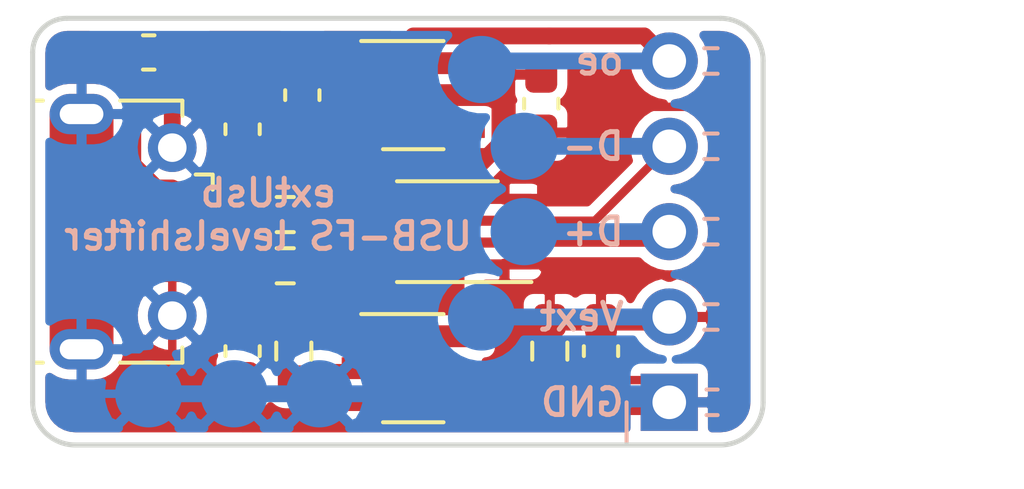
<source format=kicad_pcb>
(kicad_pcb (version 20171130) (host pcbnew 5.1.7-a382d34a8~87~ubuntu18.04.1)

  (general
    (thickness 1.6)
    (drawings 17)
    (tracks 130)
    (zones 0)
    (modules 24)
    (nets 16)
  )

  (page A4)
  (title_block
    (title extUsb)
    (date 2020-10-30)
  )

  (layers
    (0 F.Cu signal)
    (31 B.Cu signal)
    (35 F.Paste user hide)
    (36 B.SilkS user)
    (37 F.SilkS user)
    (38 B.Mask user)
    (39 F.Mask user)
    (40 Dwgs.User user hide)
    (41 Cmts.User user hide)
    (44 Edge.Cuts user)
    (45 Margin user hide)
    (46 B.CrtYd user)
    (47 F.CrtYd user)
    (48 B.Fab user hide)
    (49 F.Fab user hide)
  )

  (setup
    (last_trace_width 0.25)
    (user_trace_width 0.5)
    (trace_clearance 0.2)
    (zone_clearance 0.3)
    (zone_45_only no)
    (trace_min 0.25)
    (via_size 0.8)
    (via_drill 0.4)
    (via_min_size 0.4)
    (via_min_drill 0.3)
    (uvia_size 0.3)
    (uvia_drill 0.1)
    (uvias_allowed no)
    (uvia_min_size 0.2)
    (uvia_min_drill 0.1)
    (edge_width 0.05)
    (segment_width 0.2)
    (pcb_text_width 0.3)
    (pcb_text_size 1.5 1.5)
    (mod_edge_width 0.15)
    (mod_text_size 0.8 0.8)
    (mod_text_width 0.15)
    (pad_size 1.524 1.524)
    (pad_drill 0.762)
    (pad_to_mask_clearance 0)
    (aux_axis_origin 0 0)
    (grid_origin -490.728 -207.01)
    (visible_elements FFFFFF7F)
    (pcbplotparams
      (layerselection 0x010f0_ffffffff)
      (usegerberextensions true)
      (usegerberattributes true)
      (usegerberadvancedattributes true)
      (creategerberjobfile true)
      (excludeedgelayer true)
      (linewidth 0.100000)
      (plotframeref false)
      (viasonmask false)
      (mode 1)
      (useauxorigin false)
      (hpglpennumber 1)
      (hpglpenspeed 20)
      (hpglpendiameter 15.000000)
      (psnegative false)
      (psa4output false)
      (plotreference false)
      (plotvalue false)
      (plotinvisibletext false)
      (padsonsilk false)
      (subtractmaskfromsilk true)
      (outputformat 1)
      (mirror false)
      (drillshape 0)
      (scaleselection 1)
      (outputdirectory "gbr"))
  )

  (net 0 "")
  (net 1 GND)
  (net 2 usb_p)
  (net 3 usb_n)
  (net 4 Vext)
  (net 5 +3V3)
  (net 6 +5V)
  (net 7 "Net-(FB1-Pad2)")
  (net 8 "Net-(J1-Pad4)")
  (net 9 pin_usb_p)
  (net 10 pin_usb_n)
  (net 11 pin_usb_oe)
  (net 12 "Net-(R1-Pad1)")
  (net 13 "Net-(R2-Pad1)")
  (net 14 "Net-(U2-Pad4)")
  (net 15 "Net-(R3-Pad1)")

  (net_class Default "This is the default net class."
    (clearance 0.2)
    (trace_width 0.25)
    (via_dia 0.8)
    (via_drill 0.4)
    (uvia_dia 0.3)
    (uvia_drill 0.1)
    (add_net +3V3)
    (add_net +5V)
    (add_net GND)
    (add_net "Net-(FB1-Pad2)")
    (add_net "Net-(J1-Pad4)")
    (add_net "Net-(R1-Pad1)")
    (add_net "Net-(R2-Pad1)")
    (add_net "Net-(R3-Pad1)")
    (add_net "Net-(U2-Pad4)")
    (add_net Vext)
    (add_net pin_usb_n)
    (add_net pin_usb_oe)
    (add_net pin_usb_p)
    (add_net usb_n)
    (add_net usb_p)
  )

  (module extUsb:TestPoint_DemaskFillzone (layer F.Cu) (tedit 5FA74610) (tstamp 5FA7C8DD)
    (at -509.27 -217.424)
    (descr "SMD rectangular pad as test Point, square 1.0mm side length")
    (tags "test point SMD pad rectangle square")
    (attr virtual)
    (fp_text reference REF** (at 0 -1.448) (layer F.Fab) hide
      (effects (font (size 1 1) (thickness 0.15)))
    )
    (fp_text value TestPoint_DemaskFillzone (at 0 1.55) (layer F.Fab)
      (effects (font (size 1 1) (thickness 0.15)))
    )
    (fp_poly (pts (xy 0.508 0.508) (xy -0.508 0.508) (xy -0.508 -0.508) (xy 0.508 -0.508)) (layer F.Mask) (width 0.1))
    (fp_line (start 0.127 0.127) (end -0.127 0.127) (layer F.CrtYd) (width 0.05))
    (fp_line (start 0.127 0.127) (end 0.127 -0.127) (layer F.CrtYd) (width 0.05))
    (fp_line (start -0.127 -0.127) (end -0.127 0.127) (layer F.CrtYd) (width 0.05))
    (fp_line (start -0.127 -0.127) (end 0.127 -0.127) (layer F.CrtYd) (width 0.05))
    (fp_text user %R (at 0 -1.45) (layer F.Fab) hide
      (effects (font (size 1 1) (thickness 0.15)))
    )
  )

  (module extUsb:TestPoint_DemaskFillzone (layer F.Cu) (tedit 5FA74610) (tstamp 5FA7C8BF)
    (at -502.666 -214.122)
    (descr "SMD rectangular pad as test Point, square 1.0mm side length")
    (tags "test point SMD pad rectangle square")
    (attr virtual)
    (fp_text reference REF** (at 0 -1.448) (layer F.Fab) hide
      (effects (font (size 1 1) (thickness 0.15)))
    )
    (fp_text value TestPoint_DemaskFillzone (at 0 1.55) (layer F.Fab)
      (effects (font (size 1 1) (thickness 0.15)))
    )
    (fp_poly (pts (xy 0.508 0.508) (xy -0.508 0.508) (xy -0.508 -0.508) (xy 0.508 -0.508)) (layer F.Mask) (width 0.1))
    (fp_line (start 0.127 0.127) (end -0.127 0.127) (layer F.CrtYd) (width 0.05))
    (fp_line (start 0.127 0.127) (end 0.127 -0.127) (layer F.CrtYd) (width 0.05))
    (fp_line (start -0.127 -0.127) (end -0.127 0.127) (layer F.CrtYd) (width 0.05))
    (fp_line (start -0.127 -0.127) (end 0.127 -0.127) (layer F.CrtYd) (width 0.05))
    (fp_text user %R (at 0 -1.45) (layer F.Fab) hide
      (effects (font (size 1 1) (thickness 0.15)))
    )
  )

  (module extUsb:TestPoint_Pad_D2.0mm (layer B.Cu) (tedit 5FA74504) (tstamp 5FA7C8F9)
    (at -502.158 -209.55)
    (descr "SMD pad as test Point, diameter 2.0mm")
    (tags "test point SMD pad")
    (path /5FAB2342)
    (attr virtual)
    (fp_text reference TP7 (at 0 1.998) (layer B.SilkS) hide
      (effects (font (size 1 1) (thickness 0.15)) (justify mirror))
    )
    (fp_text value TestPoint (at 0 -2.05) (layer B.Fab)
      (effects (font (size 1 1) (thickness 0.15)) (justify mirror))
    )
    (fp_circle (center 0 0) (end 1.143 0) (layer B.CrtYd) (width 0.05))
    (fp_text user %R (at 0 2) (layer B.Fab)
      (effects (font (size 1 1) (thickness 0.15)) (justify mirror))
    )
    (pad 1 smd circle (at 0 0) (size 2 2) (layers B.Cu B.Mask)
      (net 4 Vext))
  )

  (module extUsb:TestPoint_Pad_D2.0mm (layer B.Cu) (tedit 5FA74504) (tstamp 5FA7CAEB)
    (at -512.064 -207.264)
    (descr "SMD pad as test Point, diameter 2.0mm")
    (tags "test point SMD pad")
    (path /5FAA4E02)
    (attr virtual)
    (fp_text reference TP6 (at 0 1.998) (layer B.SilkS) hide
      (effects (font (size 1 1) (thickness 0.15)) (justify mirror))
    )
    (fp_text value TestPoint (at 0 -2.05) (layer B.Fab)
      (effects (font (size 1 1) (thickness 0.15)) (justify mirror))
    )
    (fp_circle (center 0 0) (end 1.143 0) (layer B.CrtYd) (width 0.05))
    (fp_text user %R (at 0 2) (layer B.Fab)
      (effects (font (size 1 1) (thickness 0.15)) (justify mirror))
    )
    (pad 1 smd circle (at 0 0) (size 2 2) (layers B.Cu B.Mask)
      (net 1 GND))
  )

  (module extUsb:TestPoint_Pad_D2.0mm (layer B.Cu) (tedit 5FA74504) (tstamp 5FA7C920)
    (at -509.524 -207.264)
    (descr "SMD pad as test Point, diameter 2.0mm")
    (tags "test point SMD pad")
    (path /5FAA3DCC)
    (attr virtual)
    (fp_text reference TP5 (at 0 1.998) (layer B.SilkS) hide
      (effects (font (size 1 1) (thickness 0.15)) (justify mirror))
    )
    (fp_text value TestPoint (at 0 -2.05) (layer B.Fab)
      (effects (font (size 1 1) (thickness 0.15)) (justify mirror))
    )
    (fp_circle (center 0 0) (end 1.143 0) (layer B.CrtYd) (width 0.05))
    (fp_text user %R (at 0 2) (layer B.Fab)
      (effects (font (size 1 1) (thickness 0.15)) (justify mirror))
    )
    (pad 1 smd circle (at 0 0) (size 2 2) (layers B.Cu B.Mask)
      (net 1 GND))
  )

  (module extUsb:TestPoint_Pad_D2.0mm (layer B.Cu) (tedit 5FA74504) (tstamp 5FA7CC47)
    (at -506.984 -207.264)
    (descr "SMD pad as test Point, diameter 2.0mm")
    (tags "test point SMD pad")
    (path /5FAA3783)
    (attr virtual)
    (fp_text reference TP4 (at 0 1.998) (layer B.SilkS) hide
      (effects (font (size 1 1) (thickness 0.15)) (justify mirror))
    )
    (fp_text value TestPoint (at 0 -2.05) (layer B.Fab)
      (effects (font (size 1 1) (thickness 0.15)) (justify mirror))
    )
    (fp_circle (center 0 0) (end 1.143 0) (layer B.CrtYd) (width 0.05))
    (fp_text user %R (at 0 2) (layer B.Fab)
      (effects (font (size 1 1) (thickness 0.15)) (justify mirror))
    )
    (pad 1 smd circle (at 0 0) (size 2 2) (layers B.Cu B.Mask)
      (net 1 GND))
  )

  (module extUsb:TestPoint_Pad_D2.0mm (layer B.Cu) (tedit 5FA74504) (tstamp 5FA7C8A8)
    (at -502.158 -216.916)
    (descr "SMD pad as test Point, diameter 2.0mm")
    (tags "test point SMD pad")
    (path /5FAA52CF)
    (attr virtual)
    (fp_text reference TP3 (at 0 1.998) (layer B.SilkS) hide
      (effects (font (size 1 1) (thickness 0.15)) (justify mirror))
    )
    (fp_text value TestPoint (at 0 -2.05) (layer B.Fab)
      (effects (font (size 1 1) (thickness 0.15)) (justify mirror))
    )
    (fp_circle (center 0 0) (end 1.143 0) (layer B.CrtYd) (width 0.05))
    (fp_text user %R (at 0 2) (layer B.Fab)
      (effects (font (size 1 1) (thickness 0.15)) (justify mirror))
    )
    (pad 1 smd circle (at 0 0) (size 2 2) (layers B.Cu B.Mask)
      (net 11 pin_usb_oe))
  )

  (module extUsb:TestPoint_Pad_D2.0mm (layer B.Cu) (tedit 5FA74504) (tstamp 5FA7CAC1)
    (at -500.888 -212.09)
    (descr "SMD pad as test Point, diameter 2.0mm")
    (tags "test point SMD pad")
    (path /5FA87D46)
    (attr virtual)
    (fp_text reference TP1 (at 0 1.998) (layer B.SilkS) hide
      (effects (font (size 1 1) (thickness 0.15)) (justify mirror))
    )
    (fp_text value TestPoint (at 0 -2.05) (layer B.Fab)
      (effects (font (size 1 1) (thickness 0.15)) (justify mirror))
    )
    (fp_circle (center 0 0) (end 1.143 0) (layer B.CrtYd) (width 0.05))
    (fp_text user %R (at 0 2) (layer B.Fab)
      (effects (font (size 1 1) (thickness 0.15)) (justify mirror))
    )
    (pad 1 smd circle (at 0 0) (size 2 2) (layers B.Cu B.Mask)
      (net 9 pin_usb_p))
  )

  (module extUsb:TestPoint_Pad_D2.0mm (layer B.Cu) (tedit 5FA74504) (tstamp 5FA7CAD6)
    (at -500.888 -214.63)
    (descr "SMD pad as test Point, diameter 2.0mm")
    (tags "test point SMD pad")
    (path /5FA881AA)
    (attr virtual)
    (fp_text reference TP2 (at 0 1.998) (layer B.SilkS) hide
      (effects (font (size 1 1) (thickness 0.15)) (justify mirror))
    )
    (fp_text value TestPoint (at 0 -2.05) (layer B.Fab)
      (effects (font (size 1 1) (thickness 0.15)) (justify mirror))
    )
    (fp_circle (center 0 0) (end 1.143 0) (layer B.CrtYd) (width 0.05))
    (fp_text user %R (at 0 2) (layer B.Fab)
      (effects (font (size 1 1) (thickness 0.15)) (justify mirror))
    )
    (pad 1 smd circle (at 0 0) (size 2 2) (layers B.Cu B.Mask)
      (net 10 pin_usb_n))
  )

  (module extUsb:PinHeader_1x05_P2.54mm_Horizontal (layer B.Cu) (tedit 5F9D87A7) (tstamp 5FA7C33B)
    (at -496.57 -207.01)
    (descr "Through hole angled pin header, 1x05, 2.54mm pitch, 6mm pin length, single row")
    (tags "Through hole angled pin header THT 1x05 2.54mm single row")
    (path /5F9A8B50)
    (fp_text reference J2 (at 4.385 2.27) (layer B.SilkS) hide
      (effects (font (size 1 1) (thickness 0.15)) (justify mirror))
    )
    (fp_text value Conn_01x05 (at 4.385 -12.43) (layer B.Fab) hide
      (effects (font (size 1 1) (thickness 0.15)) (justify mirror))
    )
    (fp_line (start 10.55 1.8) (end -1.8 1.8) (layer B.CrtYd) (width 0.05))
    (fp_line (start 10.55 -11.95) (end 10.55 1.8) (layer B.CrtYd) (width 0.05))
    (fp_line (start -1.8 -11.95) (end 10.55 -11.95) (layer B.CrtYd) (width 0.05))
    (fp_line (start -1.8 1.8) (end -1.8 -11.95) (layer B.CrtYd) (width 0.05))
    (fp_line (start -1.27 1.27) (end 0 1.27) (layer B.SilkS) (width 0.12))
    (fp_line (start -1.27 0) (end -1.27 1.27) (layer B.SilkS) (width 0.12))
    (fp_line (start 1.042929 -10.54) (end 1.44 -10.54) (layer B.SilkS) (width 0.12))
    (fp_line (start 1.042929 -9.78) (end 1.44 -9.78) (layer B.SilkS) (width 0.12))
    (fp_line (start 1.042929 -8) (end 1.44 -8) (layer B.SilkS) (width 0.12))
    (fp_line (start 1.042929 -7.24) (end 1.44 -7.24) (layer B.SilkS) (width 0.12))
    (fp_line (start 1.042929 -5.46) (end 1.44 -5.46) (layer B.SilkS) (width 0.12))
    (fp_line (start 1.042929 -4.7) (end 1.44 -4.7) (layer B.SilkS) (width 0.12))
    (fp_line (start 1.042929 -2.92) (end 1.44 -2.92) (layer B.SilkS) (width 0.12))
    (fp_line (start 1.042929 -2.16) (end 1.44 -2.16) (layer B.SilkS) (width 0.12))
    (fp_line (start 1.11 -0.38) (end 1.44 -0.38) (layer B.SilkS) (width 0.12))
    (fp_line (start 1.11 0.38) (end 1.44 0.38) (layer B.SilkS) (width 0.12))
    (fp_line (start 4.04 -10.48) (end 10.04 -10.48) (layer B.Fab) (width 0.1))
    (fp_line (start 10.04 -9.84) (end 10.04 -10.48) (layer B.Fab) (width 0.1))
    (fp_line (start 4.04 -9.84) (end 10.04 -9.84) (layer B.Fab) (width 0.1))
    (fp_line (start -0.32 -10.48) (end 1.5 -10.48) (layer B.Fab) (width 0.1))
    (fp_line (start -0.32 -9.84) (end -0.32 -10.48) (layer B.Fab) (width 0.1))
    (fp_line (start -0.32 -9.84) (end 1.5 -9.84) (layer B.Fab) (width 0.1))
    (fp_line (start 4.04 -7.94) (end 10.04 -7.94) (layer B.Fab) (width 0.1))
    (fp_line (start 10.04 -7.3) (end 10.04 -7.94) (layer B.Fab) (width 0.1))
    (fp_line (start 4.04 -7.3) (end 10.04 -7.3) (layer B.Fab) (width 0.1))
    (fp_line (start -0.32 -7.94) (end 1.5 -7.94) (layer B.Fab) (width 0.1))
    (fp_line (start -0.32 -7.3) (end -0.32 -7.94) (layer B.Fab) (width 0.1))
    (fp_line (start -0.32 -7.3) (end 1.5 -7.3) (layer B.Fab) (width 0.1))
    (fp_line (start 4.04 -5.4) (end 10.04 -5.4) (layer B.Fab) (width 0.1))
    (fp_line (start 10.04 -4.76) (end 10.04 -5.4) (layer B.Fab) (width 0.1))
    (fp_line (start 4.04 -4.76) (end 10.04 -4.76) (layer B.Fab) (width 0.1))
    (fp_line (start -0.32 -5.4) (end 1.5 -5.4) (layer B.Fab) (width 0.1))
    (fp_line (start -0.32 -4.76) (end -0.32 -5.4) (layer B.Fab) (width 0.1))
    (fp_line (start -0.32 -4.76) (end 1.5 -4.76) (layer B.Fab) (width 0.1))
    (fp_line (start 4.04 -2.86) (end 10.04 -2.86) (layer B.Fab) (width 0.1))
    (fp_line (start 10.04 -2.22) (end 10.04 -2.86) (layer B.Fab) (width 0.1))
    (fp_line (start 4.04 -2.22) (end 10.04 -2.22) (layer B.Fab) (width 0.1))
    (fp_line (start -0.32 -2.86) (end 1.5 -2.86) (layer B.Fab) (width 0.1))
    (fp_line (start -0.32 -2.22) (end -0.32 -2.86) (layer B.Fab) (width 0.1))
    (fp_line (start -0.32 -2.22) (end 1.5 -2.22) (layer B.Fab) (width 0.1))
    (fp_line (start 4.04 -0.32) (end 10.04 -0.32) (layer B.Fab) (width 0.1))
    (fp_line (start 10.04 0.32) (end 10.04 -0.32) (layer B.Fab) (width 0.1))
    (fp_line (start 4.04 0.32) (end 10.04 0.32) (layer B.Fab) (width 0.1))
    (fp_line (start -0.32 -0.32) (end 1.5 -0.32) (layer B.Fab) (width 0.1))
    (fp_line (start -0.32 0.32) (end -0.32 -0.32) (layer B.Fab) (width 0.1))
    (fp_line (start -0.32 0.32) (end 1.5 0.32) (layer B.Fab) (width 0.1))
    (fp_line (start 1.5 0.635) (end 2.135 1.27) (layer B.Fab) (width 0.1))
    (fp_line (start 1.5 -11.43) (end 1.5 0.635) (layer B.Fab) (width 0.1))
    (fp_line (start 4.04 -11.43) (end 1.5 -11.43) (layer B.Fab) (width 0.1))
    (fp_line (start 4.04 1.27) (end 4.04 -11.43) (layer B.Fab) (width 0.1))
    (fp_line (start 2.135 1.27) (end 4.04 1.27) (layer B.Fab) (width 0.1))
    (fp_text user %R (at 2.77 -5.08 -90) (layer B.Fab) hide
      (effects (font (size 1 1) (thickness 0.15)) (justify mirror))
    )
    (pad 1 thru_hole rect (at 0 0) (size 1.7 1.7) (drill 1) (layers *.Cu *.Mask)
      (net 1 GND))
    (pad 2 thru_hole oval (at 0 -2.54) (size 1.7 1.7) (drill 1) (layers *.Cu *.Mask)
      (net 4 Vext))
    (pad 3 thru_hole oval (at 0 -5.08) (size 1.7 1.7) (drill 1) (layers *.Cu *.Mask)
      (net 9 pin_usb_p))
    (pad 4 thru_hole oval (at 0 -7.62) (size 1.7 1.7) (drill 1) (layers *.Cu *.Mask)
      (net 10 pin_usb_n))
    (pad 5 thru_hole oval (at 0 -10.16) (size 1.7 1.7) (drill 1) (layers *.Cu *.Mask)
      (net 11 pin_usb_oe))
    (model ${KISYS3DMOD}/Connector_PinHeader_2.54mm.3dshapes/PinHeader_1x05_P2.54mm_Horizontal.wrl
      (at (xyz 0 0 0))
      (scale (xyz 1 1 1))
      (rotate (xyz 0 0 0))
    )
  )

  (module extUsb:SOT-23-5_HandSoldering (layer F.Cu) (tedit 5A0AB76C) (tstamp 5FA7CBB5)
    (at -504.19 -208.026)
    (descr "5-pin SOT23 package")
    (tags "SOT-23-5 hand-soldering")
    (path /5FA73056)
    (attr smd)
    (fp_text reference U3 (at 0 -2.9) (layer F.SilkS) hide
      (effects (font (size 1 1) (thickness 0.15)))
    )
    (fp_text value TS5A3166DBVR (at 0 2.9) (layer F.Fab)
      (effects (font (size 1 1) (thickness 0.15)))
    )
    (fp_line (start -0.9 1.61) (end 0.9 1.61) (layer F.SilkS) (width 0.12))
    (fp_line (start 0.9 -1.61) (end -1.55 -1.61) (layer F.SilkS) (width 0.12))
    (fp_line (start -0.9 -0.9) (end -0.25 -1.55) (layer F.Fab) (width 0.1))
    (fp_line (start 0.9 -1.55) (end -0.25 -1.55) (layer F.Fab) (width 0.1))
    (fp_line (start -0.9 -0.9) (end -0.9 1.55) (layer F.Fab) (width 0.1))
    (fp_line (start 0.9 1.55) (end -0.9 1.55) (layer F.Fab) (width 0.1))
    (fp_line (start 0.9 -1.55) (end 0.9 1.55) (layer F.Fab) (width 0.1))
    (fp_line (start -2.38 -1.8) (end 2.38 -1.8) (layer F.CrtYd) (width 0.05))
    (fp_line (start -2.38 -1.8) (end -2.38 1.8) (layer F.CrtYd) (width 0.05))
    (fp_line (start 2.38 1.8) (end 2.38 -1.8) (layer F.CrtYd) (width 0.05))
    (fp_line (start 2.38 1.8) (end -2.38 1.8) (layer F.CrtYd) (width 0.05))
    (fp_text user %R (at 0 0 90) (layer F.Fab)
      (effects (font (size 0.5 0.5) (thickness 0.075)))
    )
    (pad 5 smd rect (at 1.35 -0.95) (size 1.56 0.65) (layers F.Cu F.Paste F.Mask)
      (net 5 +3V3))
    (pad 4 smd rect (at 1.35 0.95) (size 1.56 0.65) (layers F.Cu F.Paste F.Mask)
      (net 4 Vext))
    (pad 3 smd rect (at -1.35 0.95) (size 1.56 0.65) (layers F.Cu F.Paste F.Mask)
      (net 1 GND))
    (pad 2 smd rect (at -1.35 0) (size 1.56 0.65) (layers F.Cu F.Paste F.Mask)
      (net 15 "Net-(R3-Pad1)"))
    (pad 1 smd rect (at -1.35 -0.95) (size 1.56 0.65) (layers F.Cu F.Paste F.Mask)
      (net 5 +3V3))
    (model ${KISYS3DMOD}/Package_TO_SOT_SMD.3dshapes/SOT-23-5.wrl
      (at (xyz 0 0 0))
      (scale (xyz 1 1 1))
      (rotate (xyz 0 0 0))
    )
  )

  (module extUsb:SOT-23-5_HandSoldering (layer F.Cu) (tedit 5A0AB76C) (tstamp 5FA7CBF4)
    (at -504.19 -216.154)
    (descr "5-pin SOT23 package")
    (tags "SOT-23-5 hand-soldering")
    (path /5F9C5271)
    (attr smd)
    (fp_text reference U2 (at 0 -2.9) (layer F.SilkS) hide
      (effects (font (size 1 1) (thickness 0.15)))
    )
    (fp_text value MIC5504-3.3YM5 (at 0 2.9) (layer F.Fab)
      (effects (font (size 1 1) (thickness 0.15)))
    )
    (fp_line (start -0.9 1.61) (end 0.9 1.61) (layer F.SilkS) (width 0.12))
    (fp_line (start 0.9 -1.61) (end -1.55 -1.61) (layer F.SilkS) (width 0.12))
    (fp_line (start -0.9 -0.9) (end -0.25 -1.55) (layer F.Fab) (width 0.1))
    (fp_line (start 0.9 -1.55) (end -0.25 -1.55) (layer F.Fab) (width 0.1))
    (fp_line (start -0.9 -0.9) (end -0.9 1.55) (layer F.Fab) (width 0.1))
    (fp_line (start 0.9 1.55) (end -0.9 1.55) (layer F.Fab) (width 0.1))
    (fp_line (start 0.9 -1.55) (end 0.9 1.55) (layer F.Fab) (width 0.1))
    (fp_line (start -2.38 -1.8) (end 2.38 -1.8) (layer F.CrtYd) (width 0.05))
    (fp_line (start -2.38 -1.8) (end -2.38 1.8) (layer F.CrtYd) (width 0.05))
    (fp_line (start 2.38 1.8) (end 2.38 -1.8) (layer F.CrtYd) (width 0.05))
    (fp_line (start 2.38 1.8) (end -2.38 1.8) (layer F.CrtYd) (width 0.05))
    (fp_text user %R (at 0 0 90) (layer F.Fab)
      (effects (font (size 0.5 0.5) (thickness 0.075)))
    )
    (pad 5 smd rect (at 1.35 -0.95) (size 1.56 0.65) (layers F.Cu F.Paste F.Mask)
      (net 5 +3V3))
    (pad 4 smd rect (at 1.35 0.95) (size 1.56 0.65) (layers F.Cu F.Paste F.Mask)
      (net 14 "Net-(U2-Pad4)"))
    (pad 3 smd rect (at -1.35 0.95) (size 1.56 0.65) (layers F.Cu F.Paste F.Mask)
      (net 6 +5V))
    (pad 2 smd rect (at -1.35 0) (size 1.56 0.65) (layers F.Cu F.Paste F.Mask)
      (net 1 GND))
    (pad 1 smd rect (at -1.35 -0.95) (size 1.56 0.65) (layers F.Cu F.Paste F.Mask)
      (net 6 +5V))
    (model ${KISYS3DMOD}/Package_TO_SOT_SMD.3dshapes/SOT-23-5.wrl
      (at (xyz 0 0 0))
      (scale (xyz 1 1 1))
      (rotate (xyz 0 0 0))
    )
  )

  (module extUsb:SSOP-8_2.95x2.8mm_P0.65mm (layer F.Cu) (tedit 5A02F25C) (tstamp 5FA7C9A8)
    (at -503.174 -212.09 180)
    (descr "SSOP-8 2.9 x2.8mm Pitch 0.65mm")
    (tags "SSOP-8 2.95x2.8mm Pitch 0.65mm")
    (path /5F998087)
    (attr smd)
    (fp_text reference U1 (at 0 -2.4) (layer F.SilkS) hide
      (effects (font (size 1 1) (thickness 0.15)))
    )
    (fp_text value SN74LVC2T45 (at 0 2.6) (layer F.Fab)
      (effects (font (size 1 1) (thickness 0.15)))
    )
    (fp_line (start 1.475 -1.4) (end 1.475 1.4) (layer F.Fab) (width 0.1))
    (fp_line (start 1.475 1.4) (end -1.475 1.4) (layer F.Fab) (width 0.1))
    (fp_line (start -1.475 1.4) (end -1.475 -0.7) (layer F.Fab) (width 0.1))
    (fp_line (start -0.475 -1.4) (end 1.475 -1.4) (layer F.Fab) (width 0.1))
    (fp_line (start -0.475 -1.4) (end -1.475 -0.7) (layer F.Fab) (width 0.1))
    (fp_line (start 1.5 -1.5) (end -2.5 -1.5) (layer F.SilkS) (width 0.12))
    (fp_line (start 1.5 1.5) (end -1.5 1.5) (layer F.SilkS) (width 0.12))
    (fp_line (start 2.75 -1.65) (end 2.75 1.65) (layer F.CrtYd) (width 0.05))
    (fp_line (start 2.75 1.65) (end -2.75 1.65) (layer F.CrtYd) (width 0.05))
    (fp_line (start -2.75 1.65) (end -2.75 -1.65) (layer F.CrtYd) (width 0.05))
    (fp_line (start -2.75 -1.65) (end 2.75 -1.65) (layer F.CrtYd) (width 0.05))
    (fp_text user %R (at 0 0) (layer F.Fab)
      (effects (font (size 0.6 0.6) (thickness 0.15)))
    )
    (pad 1 smd rect (at -1.7 -0.975 90) (size 0.3 1.6) (layers F.Cu F.Paste F.Mask)
      (net 4 Vext))
    (pad 2 smd rect (at -1.7 -0.325 90) (size 0.3 1.6) (layers F.Cu F.Paste F.Mask)
      (net 9 pin_usb_p))
    (pad 3 smd rect (at -1.7 0.325 90) (size 0.3 1.6) (layers F.Cu F.Paste F.Mask)
      (net 10 pin_usb_n))
    (pad 4 smd rect (at -1.7 0.975 90) (size 0.3 1.6) (layers F.Cu F.Paste F.Mask)
      (net 1 GND))
    (pad 5 smd rect (at 1.7 0.975 90) (size 0.3 1.6) (layers F.Cu F.Paste F.Mask)
      (net 11 pin_usb_oe))
    (pad 6 smd rect (at 1.7 0.325 90) (size 0.3 1.6) (layers F.Cu F.Paste F.Mask)
      (net 13 "Net-(R2-Pad1)"))
    (pad 7 smd rect (at 1.7 -0.325 90) (size 0.3 1.6) (layers F.Cu F.Paste F.Mask)
      (net 12 "Net-(R1-Pad1)"))
    (pad 8 smd rect (at 1.7 -0.975 90) (size 0.3 1.6) (layers F.Cu F.Paste F.Mask)
      (net 5 +3V3))
    (model ${KISYS3DMOD}/Package_SO.3dshapes/SSOP-8_2.95x2.8mm_P0.65mm.wrl
      (at (xyz 0 0 0))
      (scale (xyz 1 1 1))
      (rotate (xyz 0 0 0))
    )
  )

  (module extUsb:R_0603_1608Metric_Pad0.98x0.95mm_HandSolder (layer F.Cu) (tedit 5F68FEEE) (tstamp 5FA7CA19)
    (at -508 -211.074 180)
    (descr "Resistor SMD 0603 (1608 Metric), square (rectangular) end terminal, IPC_7351 nominal with elongated pad for handsoldering. (Body size source: IPC-SM-782 page 72, https://www.pcb-3d.com/wordpress/wp-content/uploads/ipc-sm-782a_amendment_1_and_2.pdf), generated with kicad-footprint-generator")
    (tags "resistor handsolder")
    (path /5F99AD9D)
    (attr smd)
    (fp_text reference R1 (at 0 -1.43) (layer F.SilkS) hide
      (effects (font (size 1 1) (thickness 0.15)))
    )
    (fp_text value 33 (at 0 1.43) (layer F.Fab)
      (effects (font (size 1 1) (thickness 0.15)))
    )
    (fp_line (start -0.8 0.4125) (end -0.8 -0.4125) (layer F.Fab) (width 0.1))
    (fp_line (start -0.8 -0.4125) (end 0.8 -0.4125) (layer F.Fab) (width 0.1))
    (fp_line (start 0.8 -0.4125) (end 0.8 0.4125) (layer F.Fab) (width 0.1))
    (fp_line (start 0.8 0.4125) (end -0.8 0.4125) (layer F.Fab) (width 0.1))
    (fp_line (start -0.254724 -0.5225) (end 0.254724 -0.5225) (layer F.SilkS) (width 0.12))
    (fp_line (start -0.254724 0.5225) (end 0.254724 0.5225) (layer F.SilkS) (width 0.12))
    (fp_line (start -1.65 0.73) (end -1.65 -0.73) (layer F.CrtYd) (width 0.05))
    (fp_line (start -1.65 -0.73) (end 1.65 -0.73) (layer F.CrtYd) (width 0.05))
    (fp_line (start 1.65 -0.73) (end 1.65 0.73) (layer F.CrtYd) (width 0.05))
    (fp_line (start 1.65 0.73) (end -1.65 0.73) (layer F.CrtYd) (width 0.05))
    (fp_text user %R (at 0 0) (layer F.Fab)
      (effects (font (size 0.4 0.4) (thickness 0.06)))
    )
    (pad 2 smd roundrect (at 0.9125 0 180) (size 0.975 0.95) (layers F.Cu F.Paste F.Mask) (roundrect_rratio 0.25)
      (net 2 usb_p))
    (pad 1 smd roundrect (at -0.9125 0 180) (size 0.975 0.95) (layers F.Cu F.Paste F.Mask) (roundrect_rratio 0.25)
      (net 12 "Net-(R1-Pad1)"))
    (model ${KISYS3DMOD}/Resistor_SMD.3dshapes/R_0603_1608Metric.wrl
      (at (xyz 0 0 0))
      (scale (xyz 1 1 1))
      (rotate (xyz 0 0 0))
    )
  )

  (module extUsb:R_0603_1608Metric_Pad0.98x0.95mm_HandSolder (layer F.Cu) (tedit 5F68FEEE) (tstamp 5FA7C941)
    (at -508 -212.598 180)
    (descr "Resistor SMD 0603 (1608 Metric), square (rectangular) end terminal, IPC_7351 nominal with elongated pad for handsoldering. (Body size source: IPC-SM-782 page 72, https://www.pcb-3d.com/wordpress/wp-content/uploads/ipc-sm-782a_amendment_1_and_2.pdf), generated with kicad-footprint-generator")
    (tags "resistor handsolder")
    (path /5F99B134)
    (attr smd)
    (fp_text reference R2 (at 0 -1.43) (layer F.SilkS) hide
      (effects (font (size 1 1) (thickness 0.15)))
    )
    (fp_text value 33 (at 0 1.43) (layer F.Fab)
      (effects (font (size 1 1) (thickness 0.15)))
    )
    (fp_line (start -0.8 0.4125) (end -0.8 -0.4125) (layer F.Fab) (width 0.1))
    (fp_line (start -0.8 -0.4125) (end 0.8 -0.4125) (layer F.Fab) (width 0.1))
    (fp_line (start 0.8 -0.4125) (end 0.8 0.4125) (layer F.Fab) (width 0.1))
    (fp_line (start 0.8 0.4125) (end -0.8 0.4125) (layer F.Fab) (width 0.1))
    (fp_line (start -0.254724 -0.5225) (end 0.254724 -0.5225) (layer F.SilkS) (width 0.12))
    (fp_line (start -0.254724 0.5225) (end 0.254724 0.5225) (layer F.SilkS) (width 0.12))
    (fp_line (start -1.65 0.73) (end -1.65 -0.73) (layer F.CrtYd) (width 0.05))
    (fp_line (start -1.65 -0.73) (end 1.65 -0.73) (layer F.CrtYd) (width 0.05))
    (fp_line (start 1.65 -0.73) (end 1.65 0.73) (layer F.CrtYd) (width 0.05))
    (fp_line (start 1.65 0.73) (end -1.65 0.73) (layer F.CrtYd) (width 0.05))
    (fp_text user %R (at 0 0) (layer F.Fab)
      (effects (font (size 0.4 0.4) (thickness 0.06)))
    )
    (pad 2 smd roundrect (at 0.9125 0 180) (size 0.975 0.95) (layers F.Cu F.Paste F.Mask) (roundrect_rratio 0.25)
      (net 3 usb_n))
    (pad 1 smd roundrect (at -0.9125 0 180) (size 0.975 0.95) (layers F.Cu F.Paste F.Mask) (roundrect_rratio 0.25)
      (net 13 "Net-(R2-Pad1)"))
    (model ${KISYS3DMOD}/Resistor_SMD.3dshapes/R_0603_1608Metric.wrl
      (at (xyz 0 0 0))
      (scale (xyz 1 1 1))
      (rotate (xyz 0 0 0))
    )
  )

  (module extUsb:R_0603_1608Metric_Pad0.98x0.95mm_HandSolder (layer F.Cu) (tedit 5F68FEEE) (tstamp 5FA7C9E6)
    (at -507.746 -208.534 90)
    (descr "Resistor SMD 0603 (1608 Metric), square (rectangular) end terminal, IPC_7351 nominal with elongated pad for handsoldering. (Body size source: IPC-SM-782 page 72, https://www.pcb-3d.com/wordpress/wp-content/uploads/ipc-sm-782a_amendment_1_and_2.pdf), generated with kicad-footprint-generator")
    (tags "resistor handsolder")
    (path /5F99B487)
    (attr smd)
    (fp_text reference R3 (at 0 -1.43 90) (layer F.SilkS) hide
      (effects (font (size 1 1) (thickness 0.15)))
    )
    (fp_text value 1k5 (at 0 1.43 90) (layer F.Fab)
      (effects (font (size 1 1) (thickness 0.15)))
    )
    (fp_line (start -0.8 0.4125) (end -0.8 -0.4125) (layer F.Fab) (width 0.1))
    (fp_line (start -0.8 -0.4125) (end 0.8 -0.4125) (layer F.Fab) (width 0.1))
    (fp_line (start 0.8 -0.4125) (end 0.8 0.4125) (layer F.Fab) (width 0.1))
    (fp_line (start 0.8 0.4125) (end -0.8 0.4125) (layer F.Fab) (width 0.1))
    (fp_line (start -0.254724 -0.5225) (end 0.254724 -0.5225) (layer F.SilkS) (width 0.12))
    (fp_line (start -0.254724 0.5225) (end 0.254724 0.5225) (layer F.SilkS) (width 0.12))
    (fp_line (start -1.65 0.73) (end -1.65 -0.73) (layer F.CrtYd) (width 0.05))
    (fp_line (start -1.65 -0.73) (end 1.65 -0.73) (layer F.CrtYd) (width 0.05))
    (fp_line (start 1.65 -0.73) (end 1.65 0.73) (layer F.CrtYd) (width 0.05))
    (fp_line (start 1.65 0.73) (end -1.65 0.73) (layer F.CrtYd) (width 0.05))
    (fp_text user %R (at 0 0 90) (layer F.Fab)
      (effects (font (size 0.4 0.4) (thickness 0.06)))
    )
    (pad 2 smd roundrect (at 0.9125 0 90) (size 0.975 0.95) (layers F.Cu F.Paste F.Mask) (roundrect_rratio 0.25)
      (net 2 usb_p))
    (pad 1 smd roundrect (at -0.9125 0 90) (size 0.975 0.95) (layers F.Cu F.Paste F.Mask) (roundrect_rratio 0.25)
      (net 15 "Net-(R3-Pad1)"))
    (model ${KISYS3DMOD}/Resistor_SMD.3dshapes/R_0603_1608Metric.wrl
      (at (xyz 0 0 0))
      (scale (xyz 1 1 1))
      (rotate (xyz 0 0 0))
    )
  )

  (module extUsb:R_0603_1608Metric_Pad0.98x0.95mm_HandSolder (layer F.Cu) (tedit 5F68FEEE) (tstamp 5FA7CB4E)
    (at -500.126 -208.534 270)
    (descr "Resistor SMD 0603 (1608 Metric), square (rectangular) end terminal, IPC_7351 nominal with elongated pad for handsoldering. (Body size source: IPC-SM-782 page 72, https://www.pcb-3d.com/wordpress/wp-content/uploads/ipc-sm-782a_amendment_1_and_2.pdf), generated with kicad-footprint-generator")
    (tags "resistor handsolder")
    (path /5FA4650C)
    (attr smd)
    (fp_text reference R4 (at 0 -1.43 90) (layer F.SilkS) hide
      (effects (font (size 1 1) (thickness 0.15)))
    )
    (fp_text value 10k (at 0 1.43 90) (layer F.Fab)
      (effects (font (size 1 1) (thickness 0.15)))
    )
    (fp_line (start -0.8 0.4125) (end -0.8 -0.4125) (layer F.Fab) (width 0.1))
    (fp_line (start -0.8 -0.4125) (end 0.8 -0.4125) (layer F.Fab) (width 0.1))
    (fp_line (start 0.8 -0.4125) (end 0.8 0.4125) (layer F.Fab) (width 0.1))
    (fp_line (start 0.8 0.4125) (end -0.8 0.4125) (layer F.Fab) (width 0.1))
    (fp_line (start -0.254724 -0.5225) (end 0.254724 -0.5225) (layer F.SilkS) (width 0.12))
    (fp_line (start -0.254724 0.5225) (end 0.254724 0.5225) (layer F.SilkS) (width 0.12))
    (fp_line (start -1.65 0.73) (end -1.65 -0.73) (layer F.CrtYd) (width 0.05))
    (fp_line (start -1.65 -0.73) (end 1.65 -0.73) (layer F.CrtYd) (width 0.05))
    (fp_line (start 1.65 -0.73) (end 1.65 0.73) (layer F.CrtYd) (width 0.05))
    (fp_line (start 1.65 0.73) (end -1.65 0.73) (layer F.CrtYd) (width 0.05))
    (fp_text user %R (at 0 0 90) (layer F.Fab)
      (effects (font (size 0.4 0.4) (thickness 0.06)))
    )
    (pad 2 smd roundrect (at 0.9125 0 270) (size 0.975 0.95) (layers F.Cu F.Paste F.Mask) (roundrect_rratio 0.25)
      (net 1 GND))
    (pad 1 smd roundrect (at -0.9125 0 270) (size 0.975 0.95) (layers F.Cu F.Paste F.Mask) (roundrect_rratio 0.25)
      (net 4 Vext))
    (model ${KISYS3DMOD}/Resistor_SMD.3dshapes/R_0603_1608Metric.wrl
      (at (xyz 0 0 0))
      (scale (xyz 1 1 1))
      (rotate (xyz 0 0 0))
    )
  )

  (module extUsb:C_0603_1608Metric_Pad1.08x0.95mm_HandSolder (layer F.Cu) (tedit 5F68FEEF) (tstamp 5FA7CD64)
    (at -509.27 -208.534 270)
    (descr "Capacitor SMD 0603 (1608 Metric), square (rectangular) end terminal, IPC_7351 nominal with elongated pad for handsoldering. (Body size source: IPC-SM-782 page 76, https://www.pcb-3d.com/wordpress/wp-content/uploads/ipc-sm-782a_amendment_1_and_2.pdf), generated with kicad-footprint-generator")
    (tags "capacitor handsolder")
    (path /5FA1C049)
    (attr smd)
    (fp_text reference C1 (at 0 -1.43 90) (layer F.SilkS) hide
      (effects (font (size 1 1) (thickness 0.15)))
    )
    (fp_text value 18p (at 0 1.43 90) (layer F.Fab)
      (effects (font (size 1 1) (thickness 0.15)))
    )
    (fp_line (start 1.65 0.73) (end -1.65 0.73) (layer F.CrtYd) (width 0.05))
    (fp_line (start 1.65 -0.73) (end 1.65 0.73) (layer F.CrtYd) (width 0.05))
    (fp_line (start -1.65 -0.73) (end 1.65 -0.73) (layer F.CrtYd) (width 0.05))
    (fp_line (start -1.65 0.73) (end -1.65 -0.73) (layer F.CrtYd) (width 0.05))
    (fp_line (start -0.146267 0.51) (end 0.146267 0.51) (layer F.SilkS) (width 0.12))
    (fp_line (start -0.146267 -0.51) (end 0.146267 -0.51) (layer F.SilkS) (width 0.12))
    (fp_line (start 0.8 0.4) (end -0.8 0.4) (layer F.Fab) (width 0.1))
    (fp_line (start 0.8 -0.4) (end 0.8 0.4) (layer F.Fab) (width 0.1))
    (fp_line (start -0.8 -0.4) (end 0.8 -0.4) (layer F.Fab) (width 0.1))
    (fp_line (start -0.8 0.4) (end -0.8 -0.4) (layer F.Fab) (width 0.1))
    (fp_text user %R (at 0 0 90) (layer F.Fab)
      (effects (font (size 0.4 0.4) (thickness 0.06)))
    )
    (pad 1 smd roundrect (at -0.8625 0 270) (size 1.075 0.95) (layers F.Cu F.Paste F.Mask) (roundrect_rratio 0.25)
      (net 2 usb_p))
    (pad 2 smd roundrect (at 0.8625 0 270) (size 1.075 0.95) (layers F.Cu F.Paste F.Mask) (roundrect_rratio 0.25)
      (net 1 GND))
    (model ${KISYS3DMOD}/Capacitor_SMD.3dshapes/C_0603_1608Metric.wrl
      (at (xyz 0 0 0))
      (scale (xyz 1 1 1))
      (rotate (xyz 0 0 0))
    )
  )

  (module extUsb:C_0603_1608Metric_Pad1.08x0.95mm_HandSolder (layer F.Cu) (tedit 5F68FEEF) (tstamp 5FA7CD94)
    (at -509.27 -215.138 90)
    (descr "Capacitor SMD 0603 (1608 Metric), square (rectangular) end terminal, IPC_7351 nominal with elongated pad for handsoldering. (Body size source: IPC-SM-782 page 76, https://www.pcb-3d.com/wordpress/wp-content/uploads/ipc-sm-782a_amendment_1_and_2.pdf), generated with kicad-footprint-generator")
    (tags "capacitor handsolder")
    (path /5FA1CC20)
    (attr smd)
    (fp_text reference C2 (at 0 -1.43 90) (layer F.SilkS) hide
      (effects (font (size 1 1) (thickness 0.15)))
    )
    (fp_text value 18p (at 0 1.43 90) (layer F.Fab)
      (effects (font (size 1 1) (thickness 0.15)))
    )
    (fp_line (start 1.65 0.73) (end -1.65 0.73) (layer F.CrtYd) (width 0.05))
    (fp_line (start 1.65 -0.73) (end 1.65 0.73) (layer F.CrtYd) (width 0.05))
    (fp_line (start -1.65 -0.73) (end 1.65 -0.73) (layer F.CrtYd) (width 0.05))
    (fp_line (start -1.65 0.73) (end -1.65 -0.73) (layer F.CrtYd) (width 0.05))
    (fp_line (start -0.146267 0.51) (end 0.146267 0.51) (layer F.SilkS) (width 0.12))
    (fp_line (start -0.146267 -0.51) (end 0.146267 -0.51) (layer F.SilkS) (width 0.12))
    (fp_line (start 0.8 0.4) (end -0.8 0.4) (layer F.Fab) (width 0.1))
    (fp_line (start 0.8 -0.4) (end 0.8 0.4) (layer F.Fab) (width 0.1))
    (fp_line (start -0.8 -0.4) (end 0.8 -0.4) (layer F.Fab) (width 0.1))
    (fp_line (start -0.8 0.4) (end -0.8 -0.4) (layer F.Fab) (width 0.1))
    (fp_text user %R (at 0 0 90) (layer F.Fab)
      (effects (font (size 0.4 0.4) (thickness 0.06)))
    )
    (pad 1 smd roundrect (at -0.8625 0 90) (size 1.075 0.95) (layers F.Cu F.Paste F.Mask) (roundrect_rratio 0.25)
      (net 3 usb_n))
    (pad 2 smd roundrect (at 0.8625 0 90) (size 1.075 0.95) (layers F.Cu F.Paste F.Mask) (roundrect_rratio 0.25)
      (net 1 GND))
    (model ${KISYS3DMOD}/Capacitor_SMD.3dshapes/C_0603_1608Metric.wrl
      (at (xyz 0 0 0))
      (scale (xyz 1 1 1))
      (rotate (xyz 0 0 0))
    )
  )

  (module extUsb:C_0603_1608Metric_Pad1.08x0.95mm_HandSolder (layer F.Cu) (tedit 5F68FEEF) (tstamp 5FA7CD19)
    (at -498.602 -208.534 270)
    (descr "Capacitor SMD 0603 (1608 Metric), square (rectangular) end terminal, IPC_7351 nominal with elongated pad for handsoldering. (Body size source: IPC-SM-782 page 76, https://www.pcb-3d.com/wordpress/wp-content/uploads/ipc-sm-782a_amendment_1_and_2.pdf), generated with kicad-footprint-generator")
    (tags "capacitor handsolder")
    (path /5FA02226)
    (attr smd)
    (fp_text reference C3 (at 0 -1.43 90) (layer F.SilkS) hide
      (effects (font (size 1 1) (thickness 0.15)))
    )
    (fp_text value 100n (at 0 1.43 90) (layer F.Fab)
      (effects (font (size 1 1) (thickness 0.15)))
    )
    (fp_line (start 1.65 0.73) (end -1.65 0.73) (layer F.CrtYd) (width 0.05))
    (fp_line (start 1.65 -0.73) (end 1.65 0.73) (layer F.CrtYd) (width 0.05))
    (fp_line (start -1.65 -0.73) (end 1.65 -0.73) (layer F.CrtYd) (width 0.05))
    (fp_line (start -1.65 0.73) (end -1.65 -0.73) (layer F.CrtYd) (width 0.05))
    (fp_line (start -0.146267 0.51) (end 0.146267 0.51) (layer F.SilkS) (width 0.12))
    (fp_line (start -0.146267 -0.51) (end 0.146267 -0.51) (layer F.SilkS) (width 0.12))
    (fp_line (start 0.8 0.4) (end -0.8 0.4) (layer F.Fab) (width 0.1))
    (fp_line (start 0.8 -0.4) (end 0.8 0.4) (layer F.Fab) (width 0.1))
    (fp_line (start -0.8 -0.4) (end 0.8 -0.4) (layer F.Fab) (width 0.1))
    (fp_line (start -0.8 0.4) (end -0.8 -0.4) (layer F.Fab) (width 0.1))
    (fp_text user %R (at 0 0 90) (layer F.Fab)
      (effects (font (size 0.4 0.4) (thickness 0.06)))
    )
    (pad 1 smd roundrect (at -0.8625 0 270) (size 1.075 0.95) (layers F.Cu F.Paste F.Mask) (roundrect_rratio 0.25)
      (net 4 Vext))
    (pad 2 smd roundrect (at 0.8625 0 270) (size 1.075 0.95) (layers F.Cu F.Paste F.Mask) (roundrect_rratio 0.25)
      (net 1 GND))
    (model ${KISYS3DMOD}/Capacitor_SMD.3dshapes/C_0603_1608Metric.wrl
      (at (xyz 0 0 0))
      (scale (xyz 1 1 1))
      (rotate (xyz 0 0 0))
    )
  )

  (module extUsb:C_0603_1608Metric_Pad1.08x0.95mm_HandSolder (layer F.Cu) (tedit 5F68FEEF) (tstamp 5FA7CA91)
    (at -500.38 -215.9 270)
    (descr "Capacitor SMD 0603 (1608 Metric), square (rectangular) end terminal, IPC_7351 nominal with elongated pad for handsoldering. (Body size source: IPC-SM-782 page 76, https://www.pcb-3d.com/wordpress/wp-content/uploads/ipc-sm-782a_amendment_1_and_2.pdf), generated with kicad-footprint-generator")
    (tags "capacitor handsolder")
    (path /5F9D1CBC)
    (attr smd)
    (fp_text reference C4 (at 0 -1.43 90) (layer F.SilkS) hide
      (effects (font (size 1 1) (thickness 0.15)))
    )
    (fp_text value 100n (at 0 1.43 90) (layer F.Fab)
      (effects (font (size 1 1) (thickness 0.15)))
    )
    (fp_line (start 1.65 0.73) (end -1.65 0.73) (layer F.CrtYd) (width 0.05))
    (fp_line (start 1.65 -0.73) (end 1.65 0.73) (layer F.CrtYd) (width 0.05))
    (fp_line (start -1.65 -0.73) (end 1.65 -0.73) (layer F.CrtYd) (width 0.05))
    (fp_line (start -1.65 0.73) (end -1.65 -0.73) (layer F.CrtYd) (width 0.05))
    (fp_line (start -0.146267 0.51) (end 0.146267 0.51) (layer F.SilkS) (width 0.12))
    (fp_line (start -0.146267 -0.51) (end 0.146267 -0.51) (layer F.SilkS) (width 0.12))
    (fp_line (start 0.8 0.4) (end -0.8 0.4) (layer F.Fab) (width 0.1))
    (fp_line (start 0.8 -0.4) (end 0.8 0.4) (layer F.Fab) (width 0.1))
    (fp_line (start -0.8 -0.4) (end 0.8 -0.4) (layer F.Fab) (width 0.1))
    (fp_line (start -0.8 0.4) (end -0.8 -0.4) (layer F.Fab) (width 0.1))
    (fp_text user %R (at 0 0 90) (layer F.Fab)
      (effects (font (size 0.4 0.4) (thickness 0.06)))
    )
    (pad 1 smd roundrect (at -0.8625 0 270) (size 1.075 0.95) (layers F.Cu F.Paste F.Mask) (roundrect_rratio 0.25)
      (net 5 +3V3))
    (pad 2 smd roundrect (at 0.8625 0 270) (size 1.075 0.95) (layers F.Cu F.Paste F.Mask) (roundrect_rratio 0.25)
      (net 1 GND))
    (model ${KISYS3DMOD}/Capacitor_SMD.3dshapes/C_0603_1608Metric.wrl
      (at (xyz 0 0 0))
      (scale (xyz 1 1 1))
      (rotate (xyz 0 0 0))
    )
  )

  (module extUsb:C_0603_1608Metric_Pad1.08x0.95mm_HandSolder (layer F.Cu) (tedit 5F68FEEF) (tstamp 5FA7CA55)
    (at -507.492 -216.154 270)
    (descr "Capacitor SMD 0603 (1608 Metric), square (rectangular) end terminal, IPC_7351 nominal with elongated pad for handsoldering. (Body size source: IPC-SM-782 page 76, https://www.pcb-3d.com/wordpress/wp-content/uploads/ipc-sm-782a_amendment_1_and_2.pdf), generated with kicad-footprint-generator")
    (tags "capacitor handsolder")
    (path /5F9CE4ED)
    (attr smd)
    (fp_text reference C5 (at 0 -1.43 90) (layer F.SilkS) hide
      (effects (font (size 1 1) (thickness 0.15)))
    )
    (fp_text value 10u (at 0 1.43 90) (layer F.Fab)
      (effects (font (size 1 1) (thickness 0.15)))
    )
    (fp_line (start 1.65 0.73) (end -1.65 0.73) (layer F.CrtYd) (width 0.05))
    (fp_line (start 1.65 -0.73) (end 1.65 0.73) (layer F.CrtYd) (width 0.05))
    (fp_line (start -1.65 -0.73) (end 1.65 -0.73) (layer F.CrtYd) (width 0.05))
    (fp_line (start -1.65 0.73) (end -1.65 -0.73) (layer F.CrtYd) (width 0.05))
    (fp_line (start -0.146267 0.51) (end 0.146267 0.51) (layer F.SilkS) (width 0.12))
    (fp_line (start -0.146267 -0.51) (end 0.146267 -0.51) (layer F.SilkS) (width 0.12))
    (fp_line (start 0.8 0.4) (end -0.8 0.4) (layer F.Fab) (width 0.1))
    (fp_line (start 0.8 -0.4) (end 0.8 0.4) (layer F.Fab) (width 0.1))
    (fp_line (start -0.8 -0.4) (end 0.8 -0.4) (layer F.Fab) (width 0.1))
    (fp_line (start -0.8 0.4) (end -0.8 -0.4) (layer F.Fab) (width 0.1))
    (fp_text user %R (at 0 0 90) (layer F.Fab)
      (effects (font (size 0.4 0.4) (thickness 0.06)))
    )
    (pad 1 smd roundrect (at -0.8625 0 270) (size 1.075 0.95) (layers F.Cu F.Paste F.Mask) (roundrect_rratio 0.25)
      (net 6 +5V))
    (pad 2 smd roundrect (at 0.8625 0 270) (size 1.075 0.95) (layers F.Cu F.Paste F.Mask) (roundrect_rratio 0.25)
      (net 1 GND))
    (model ${KISYS3DMOD}/Capacitor_SMD.3dshapes/C_0603_1608Metric.wrl
      (at (xyz 0 0 0))
      (scale (xyz 1 1 1))
      (rotate (xyz 0 0 0))
    )
  )

  (module extUsb:L_0603_1608Metric_Pad1.05x0.95mm_HandSolder (layer F.Cu) (tedit 5F68FEF0) (tstamp 5FA7C971)
    (at -512.064 -217.424 180)
    (descr "Inductor SMD 0603 (1608 Metric), square (rectangular) end terminal, IPC_7351 nominal with elongated pad for handsoldering. (Body size source: http://www.tortai-tech.com/upload/download/2011102023233369053.pdf), generated with kicad-footprint-generator")
    (tags "inductor handsolder")
    (path /5FA2AD34)
    (attr smd)
    (fp_text reference FB1 (at 0 -1.43) (layer F.SilkS) hide
      (effects (font (size 1 1) (thickness 0.15)))
    )
    (fp_text value Ferrite_Bead (at 0 1.43) (layer F.Fab)
      (effects (font (size 1 1) (thickness 0.15)))
    )
    (fp_line (start 1.65 0.73) (end -1.65 0.73) (layer F.CrtYd) (width 0.05))
    (fp_line (start 1.65 -0.73) (end 1.65 0.73) (layer F.CrtYd) (width 0.05))
    (fp_line (start -1.65 -0.73) (end 1.65 -0.73) (layer F.CrtYd) (width 0.05))
    (fp_line (start -1.65 0.73) (end -1.65 -0.73) (layer F.CrtYd) (width 0.05))
    (fp_line (start -0.171267 0.51) (end 0.171267 0.51) (layer F.SilkS) (width 0.12))
    (fp_line (start -0.171267 -0.51) (end 0.171267 -0.51) (layer F.SilkS) (width 0.12))
    (fp_line (start 0.8 0.4) (end -0.8 0.4) (layer F.Fab) (width 0.1))
    (fp_line (start 0.8 -0.4) (end 0.8 0.4) (layer F.Fab) (width 0.1))
    (fp_line (start -0.8 -0.4) (end 0.8 -0.4) (layer F.Fab) (width 0.1))
    (fp_line (start -0.8 0.4) (end -0.8 -0.4) (layer F.Fab) (width 0.1))
    (fp_text user %R (at 0 0) (layer F.Fab)
      (effects (font (size 0.4 0.4) (thickness 0.06)))
    )
    (pad 1 smd roundrect (at -0.875 0 180) (size 1.05 0.95) (layers F.Cu F.Paste F.Mask) (roundrect_rratio 0.25)
      (net 6 +5V))
    (pad 2 smd roundrect (at 0.875 0 180) (size 1.05 0.95) (layers F.Cu F.Paste F.Mask) (roundrect_rratio 0.25)
      (net 7 "Net-(FB1-Pad2)"))
    (model ${KISYS3DMOD}/Inductor_SMD.3dshapes/L_0603_1608Metric.wrl
      (at (xyz 0 0 0))
      (scale (xyz 1 1 1))
      (rotate (xyz 0 0 0))
    )
  )

  (module extUsb:USB_Micro-B_Molex-105017-0001 (layer F.Cu) (tedit 5FA7419E) (tstamp 5F9C6011)
    (at -512.826 -212.09 270)
    (descr http://www.molex.com/pdm_docs/sd/1050170001_sd.pdf)
    (tags "Micro-USB SMD Typ-B")
    (path /5F998976)
    (attr smd)
    (fp_text reference J1 (at 0 -3.1125 270) (layer F.SilkS) hide
      (effects (font (size 1 1) (thickness 0.15)))
    )
    (fp_text value USB_B_Micro (at 0.3 4.3375 270) (layer F.Fab)
      (effects (font (size 1 1) (thickness 0.15)))
    )
    (fp_line (start -1.1 -2.1225) (end -1.1 -1.9125) (layer F.Fab) (width 0.1))
    (fp_line (start -1.5 -2.1225) (end -1.5 -1.9125) (layer F.Fab) (width 0.1))
    (fp_line (start -1.5 -2.1225) (end -1.1 -2.1225) (layer F.Fab) (width 0.1))
    (fp_line (start -1.1 -1.9125) (end -1.3 -1.7125) (layer F.Fab) (width 0.1))
    (fp_line (start -1.3 -1.7125) (end -1.5 -1.9125) (layer F.Fab) (width 0.1))
    (fp_line (start -1.7 -2.609) (end -1.7 -2.159) (layer F.SilkS) (width 0.12))
    (fp_line (start -1.7 -2.667) (end -1.25 -2.667) (layer F.SilkS) (width 0.12))
    (fp_line (start 3.9 -1.7625) (end 3.45 -1.7625) (layer F.SilkS) (width 0.12))
    (fp_line (start 3.9 0.0875) (end 3.9 -1.7625) (layer F.SilkS) (width 0.12))
    (fp_line (start -3.9 2.6375) (end -3.9 2.3875) (layer F.SilkS) (width 0.12))
    (fp_line (start -3.75 3.3875) (end -3.75 -1.6125) (layer F.Fab) (width 0.1))
    (fp_line (start -3.75 -1.6125) (end 3.75 -1.6125) (layer F.Fab) (width 0.1))
    (fp_line (start -3.75 3.389204) (end 3.75 3.389204) (layer F.Fab) (width 0.1))
    (fp_line (start -3 2.689204) (end 3 2.689204) (layer F.Fab) (width 0.1))
    (fp_line (start 3.75 3.3875) (end 3.75 -1.6125) (layer F.Fab) (width 0.1))
    (fp_line (start 3.9 2.6375) (end 3.9 2.3875) (layer F.SilkS) (width 0.12))
    (fp_line (start -3.9 0.0875) (end -3.9 -1.7625) (layer F.SilkS) (width 0.12))
    (fp_line (start -3.9 -1.7625) (end -3.45 -1.7625) (layer F.SilkS) (width 0.12))
    (fp_line (start -4.4 3.64) (end -4.4 -2.54) (layer F.CrtYd) (width 0.05))
    (fp_line (start -4.4 -2.54) (end 4.4 -2.54) (layer F.CrtYd) (width 0.05))
    (fp_line (start 4.4 -2.54) (end 4.4 3.64) (layer F.CrtYd) (width 0.05))
    (fp_line (start -4.4 3.64) (end 4.4 3.64) (layer F.CrtYd) (width 0.05))
    (fp_text user "PCB Edge" (at 0 2.6875 270) (layer Dwgs.User)
      (effects (font (size 0.5 0.5) (thickness 0.08)))
    )
    (fp_text user %R (at 0 0.8875 270) (layer F.Fab)
      (effects (font (size 1 1) (thickness 0.15)))
    )
    (pad 6 smd rect (at 1 1.2375 270) (size 1.5 1.9) (layers F.Cu F.Paste F.Mask)
      (net 1 GND))
    (pad 6 thru_hole circle (at -2.5 -1.4625 270) (size 1.45 1.45) (drill 0.85) (layers *.Cu *.Mask)
      (net 1 GND))
    (pad 2 smd rect (at -0.65 -1.6625 270) (size 0.4 1.75) (layers F.Cu F.Paste F.Mask)
      (net 3 usb_n))
    (pad 1 smd rect (at -1.3 -1.6625 270) (size 0.4 1.75) (layers F.Cu F.Paste F.Mask)
      (net 7 "Net-(FB1-Pad2)"))
    (pad 5 smd rect (at 1.3 -1.6625 270) (size 0.4 1.75) (layers F.Cu F.Paste F.Mask)
      (net 1 GND))
    (pad 4 smd rect (at 0.65 -1.6625 270) (size 0.4 1.75) (layers F.Cu F.Paste F.Mask)
      (net 8 "Net-(J1-Pad4)"))
    (pad 3 smd rect (at 0 -1.6625 270) (size 0.4 1.75) (layers F.Cu F.Paste F.Mask)
      (net 2 usb_p))
    (pad 6 thru_hole circle (at 2.5 -1.4625 270) (size 1.45 1.45) (drill 0.85) (layers *.Cu *.Mask)
      (net 1 GND))
    (pad 6 smd rect (at -1 1.2375 270) (size 1.5 1.9) (layers F.Cu F.Paste F.Mask)
      (net 1 GND))
    (pad 6 thru_hole oval (at -3.5 1.2375 90) (size 1.2 1.9) (drill oval 0.6 1.3) (layers *.Cu *.Mask)
      (net 1 GND))
    (pad 6 thru_hole oval (at 3.5 1.2375 270) (size 1.2 1.9) (drill oval 0.6 1.3) (layers *.Cu *.Mask)
      (net 1 GND))
    (pad 6 smd rect (at 2.9 1.2375 270) (size 1.2 1.9) (layers F.Cu F.Mask)
      (net 1 GND))
    (pad 6 smd rect (at -2.9 1.2375 270) (size 1.2 1.9) (layers F.Cu F.Mask)
      (net 1 GND))
    (model ${KISYS3DMOD}/Connector_USB.3dshapes/USB_Micro-B_Molex-105017-0001.wrl
      (at (xyz 0 0 0))
      (scale (xyz 1 1 1))
      (rotate (xyz 0 0 0))
    )
  )

  (dimension 21.7424 (width 0.15) (layer Dwgs.User)
    (gr_text "21.742 mm" (at -504.6472 -203.17) (layer Dwgs.User)
      (effects (font (size 1 1) (thickness 0.15)))
    )
    (feature1 (pts (xy -515.5184 -205.0034) (xy -515.5184 -203.883579)))
    (feature2 (pts (xy -493.776 -205.0034) (xy -493.776 -203.883579)))
    (crossbar (pts (xy -493.776 -204.47) (xy -515.5184 -204.47)))
    (arrow1a (pts (xy -515.5184 -204.47) (xy -514.391896 -205.056421)))
    (arrow1b (pts (xy -515.5184 -204.47) (xy -514.391896 -203.883579)))
    (arrow2a (pts (xy -493.776 -204.47) (xy -494.902504 -205.056421)))
    (arrow2b (pts (xy -493.776 -204.47) (xy -494.902504 -203.883579)))
  )
  (dimension 4.064 (width 0.15) (layer Dwgs.User)
    (gr_text "4.064 mm" (at -494.538 -200.376) (layer Dwgs.User)
      (effects (font (size 1 1) (thickness 0.15)))
    )
    (feature1 (pts (xy -492.506 -202.184) (xy -492.506 -201.089579)))
    (feature2 (pts (xy -496.57 -202.184) (xy -496.57 -201.089579)))
    (crossbar (pts (xy -496.57 -201.676) (xy -492.506 -201.676)))
    (arrow1a (pts (xy -492.506 -201.676) (xy -493.632504 -201.089579)))
    (arrow1b (pts (xy -492.506 -201.676) (xy -493.632504 -202.262421)))
    (arrow2a (pts (xy -496.57 -201.676) (xy -495.443496 -201.089579)))
    (arrow2b (pts (xy -496.57 -201.676) (xy -495.443496 -202.262421)))
  )
  (dimension 12.7 (width 0.15) (layer Dwgs.User)
    (gr_text "12.700 mm" (at -492.536 -212.09 90) (layer Dwgs.User)
      (effects (font (size 1 1) (thickness 0.15)))
    )
    (feature1 (pts (xy -490.728 -218.44) (xy -491.822421 -218.44)))
    (feature2 (pts (xy -490.728 -205.74) (xy -491.822421 -205.74)))
    (crossbar (pts (xy -491.236 -205.74) (xy -491.236 -218.44)))
    (arrow1a (pts (xy -491.236 -218.44) (xy -490.649579 -217.313496)))
    (arrow1b (pts (xy -491.236 -218.44) (xy -491.822421 -217.313496)))
    (arrow2a (pts (xy -491.236 -205.74) (xy -490.649579 -206.866504)))
    (arrow2b (pts (xy -491.236 -205.74) (xy -491.822421 -206.866504)))
  )
  (gr_text "extUsb\nUSB-FS levelshifter" (at -508.508 -212.598) (layer B.SilkS)
    (effects (font (size 0.8 0.8) (thickness 0.15)) (justify mirror))
  )
  (gr_text oe (at -497.84 -217.17) (layer B.SilkS)
    (effects (font (size 0.8 0.8) (thickness 0.15)) (justify left mirror))
  )
  (gr_text D- (at -497.84 -214.63) (layer B.SilkS)
    (effects (font (size 0.8 0.8) (thickness 0.15)) (justify left mirror))
  )
  (gr_text D+ (at -497.84 -212.09) (layer B.SilkS) (tstamp 5F9E03A6)
    (effects (font (size 0.8 0.8) (thickness 0.15)) (justify left mirror))
  )
  (gr_text Vext (at -497.84 -209.55) (layer B.SilkS) (tstamp 5F9E03E7)
    (effects (font (size 0.8 0.8) (thickness 0.15)) (justify left mirror))
  )
  (gr_text GND (at -497.84 -207.01) (layer B.SilkS)
    (effects (font (size 0.8 0.8) (thickness 0.15)) (justify left mirror))
  )
  (gr_arc (start -514.2484 -207.01) (end -515.5184 -207.01) (angle -90) (layer Edge.Cuts) (width 0.15) (tstamp 5FA7CD07))
  (gr_arc (start -514.5024 -217.424) (end -514.5024 -218.44) (angle -90) (layer Edge.Cuts) (width 0.15) (tstamp 5FA7CBDE))
  (gr_line (start -515.5184 -217.424) (end -515.5184 -207.01) (layer Edge.Cuts) (width 0.15) (tstamp 5FA7CC29))
  (gr_line (start -495.046 -205.74) (end -514.2484 -205.74) (layer Edge.Cuts) (width 0.15) (tstamp 5FA7CC23))
  (gr_line (start -495.046 -218.44) (end -514.5024 -218.44) (layer Edge.Cuts) (width 0.15) (tstamp 5FA7CC20))
  (gr_line (start -493.776 -217.17) (end -493.776 -207.01) (layer Edge.Cuts) (width 0.15) (tstamp 5FA7CC1D))
  (gr_arc (start -495.046 -217.17) (end -493.776 -217.17) (angle -90) (layer Edge.Cuts) (width 0.15) (tstamp 5FA7CD4C))
  (gr_arc (start -495.046 -207.01) (end -495.046 -205.74) (angle -90) (layer Edge.Cuts) (width 0.15) (tstamp 5FA7CC56))

  (segment (start -514.0635 -215.59) (end -514.0635 -208.59) (width 0.25) (layer B.Cu) (net 1) (tstamp 5FA7CD01))
  (segment (start -512.3635 -208.59) (end -511.3635 -209.59) (width 0.25) (layer B.Cu) (net 1) (tstamp 5FA7CAB5))
  (segment (start -514.0635 -208.59) (end -512.3635 -208.59) (width 0.25) (layer B.Cu) (net 1) (tstamp 5FA7CAB2))
  (segment (start -512.3635 -215.59) (end -511.3635 -214.59) (width 0.25) (layer B.Cu) (net 1) (tstamp 5FA7CC3E))
  (segment (start -514.0635 -215.59) (end -512.3635 -215.59) (width 0.25) (layer B.Cu) (net 1) (tstamp 5FA7CC3B))
  (segment (start -514.0635 -214.99) (end -514.0635 -208.59) (width 0.25) (layer F.Cu) (net 1) (tstamp 5FA7CA7F))
  (segment (start -511.3635 -210.79) (end -511.3635 -209.59) (width 0.25) (layer F.Cu) (net 1) (tstamp 5FA7CA7C))
  (segment (start -509.445 -207.6715) (end -509.27 -207.6715) (width 0.25) (layer F.Cu) (net 1) (tstamp 5FA7CA79))
  (segment (start -501.474 -213.065) (end -501.0825 -213.065) (width 0.25) (layer F.Cu) (net 1) (tstamp 5FA7CA76))
  (segment (start -501.474 -213.065) (end -500.421 -213.065) (width 0.25) (layer F.Cu) (net 1) (tstamp 5FA7CB3C))
  (segment (start -500.38 -213.106) (end -500.38 -215.0375) (width 0.25) (layer F.Cu) (net 1) (tstamp 5FA7CB39))
  (segment (start -500.421 -213.065) (end -500.38 -213.106) (width 0.25) (layer F.Cu) (net 1) (tstamp 5FA7CB36))
  (segment (start -498.652 -207.6215) (end -498.602 -207.6715) (width 0.25) (layer F.Cu) (net 1) (tstamp 5FA7CB33))
  (segment (start -500.126 -207.6215) (end -498.652 -207.6215) (width 0.25) (layer F.Cu) (net 1) (tstamp 5FA7CB30))
  (segment (start -509.27 -207.6715) (end -511.2015 -207.6715) (width 0.25) (layer F.Cu) (net 1) (tstamp 5FA7CB2D))
  (segment (start -511.3635 -207.8335) (end -511.3635 -209.59) (width 0.25) (layer F.Cu) (net 1) (tstamp 5FA7CB7B))
  (segment (start -511.2015 -207.6715) (end -511.3635 -207.8335) (width 0.25) (layer F.Cu) (net 1) (tstamp 5FA7CB78))
  (segment (start -511.3635 -214.59) (end -511.3635 -215.8385) (width 0.5) (layer F.Cu) (net 1) (tstamp 5FA7CB75))
  (segment (start -511.2015 -216.0005) (end -509.27 -216.0005) (width 0.5) (layer F.Cu) (net 1) (tstamp 5FA7CB72))
  (segment (start -511.3635 -215.8385) (end -511.2015 -216.0005) (width 0.5) (layer F.Cu) (net 1) (tstamp 5FA7CB6F))
  (segment (start -494.538 -207.01) (end -496.57 -207.01) (width 0.25) (layer F.Cu) (net 1) (tstamp 5FA7CC38))
  (segment (start -494.538 -215.392) (end -494.538 -207.01) (width 0.25) (layer F.Cu) (net 1) (tstamp 5FA7CB2A))
  (segment (start -494.951001 -215.805001) (end -494.538 -215.392) (width 0.25) (layer F.Cu) (net 1) (tstamp 5FA7CC2F))
  (segment (start -497.987999 -215.805001) (end -494.951001 -215.805001) (width 0.25) (layer F.Cu) (net 1) (tstamp 5FA7CC2C))
  (segment (start -500.38 -215.0375) (end -498.7555 -215.0375) (width 0.25) (layer F.Cu) (net 1) (tstamp 5FA7CC92))
  (segment (start -498.7555 -215.0375) (end -497.987999 -215.805001) (width 0.25) (layer F.Cu) (net 1) (tstamp 5FA7CC8F))
  (segment (start -509.27 -216.0005) (end -508.6085 -216.0005) (width 0.5) (layer F.Cu) (net 1) (tstamp 5FA7CC8C))
  (segment (start -507.8995 -215.2915) (end -508.6085 -216.0005) (width 0.5) (layer F.Cu) (net 1) (tstamp 5FA7CC89))
  (segment (start -507.492 -215.2915) (end -507.8995 -215.2915) (width 0.5) (layer F.Cu) (net 1) (tstamp 5FA7CCFE))
  (segment (start -506.6295 -216.154) (end -507.492 -215.2915) (width 0.5) (layer F.Cu) (net 1) (tstamp 5FA7CCFB))
  (segment (start -505.54 -216.154) (end -506.6295 -216.154) (width 0.5) (layer F.Cu) (net 1) (tstamp 5FA7CCF8))
  (segment (start -505.54 -206.422) (end -505.54 -207.076) (width 0.25) (layer F.Cu) (net 1) (tstamp 5FA7CCF5))
  (segment (start -505.714 -206.248) (end -505.54 -206.422) (width 0.25) (layer F.Cu) (net 1) (tstamp 5FA7CCF2))
  (segment (start -509.27 -207.6715) (end -509.27 -206.248) (width 0.25) (layer F.Cu) (net 1) (tstamp 5FA7CCEF))
  (segment (start -509.27 -206.248) (end -505.714 -206.248) (width 0.25) (layer F.Cu) (net 1) (tstamp 5FA7CA43))
  (segment (start -498.602 -207.6715) (end -498.602 -206.756) (width 0.25) (layer F.Cu) (net 1) (tstamp 5FA7CA40))
  (segment (start -496.824 -206.756) (end -496.57 -207.01) (width 0.25) (layer F.Cu) (net 1) (tstamp 5FA7CA3D))
  (segment (start -498.602 -206.756) (end -496.824 -206.756) (width 0.25) (layer F.Cu) (net 1) (tstamp 5FA7CA3A))
  (segment (start -497.2315 -207.6715) (end -496.57 -207.01) (width 0.25) (layer F.Cu) (net 1) (tstamp 5FA7CB21))
  (segment (start -498.602 -207.6715) (end -497.2315 -207.6715) (width 0.25) (layer F.Cu) (net 1) (tstamp 5FA7CB1E))
  (segment (start -512.064 -207.264) (end -509.524 -207.264) (width 0.5) (layer B.Cu) (net 1) (tstamp 5FA7C911))
  (segment (start -509.524 -207.264) (end -506.984 -207.264) (width 0.5) (layer B.Cu) (net 1) (tstamp 5FA7CD49))
  (segment (start -496.824 -207.264) (end -496.57 -207.01) (width 0.5) (layer B.Cu) (net 1) (tstamp 5FA7CD04))
  (segment (start -506.984 -207.264) (end -496.824 -207.264) (width 0.5) (layer B.Cu) (net 1) (tstamp 5FA7C8F0))
  (segment (start -514.0635 -208.59) (end -514.0635 -207.5505) (width 0.25) (layer B.Cu) (net 1) (tstamp 5FA7C914))
  (segment (start -513.777 -207.264) (end -512.064 -207.264) (width 0.25) (layer B.Cu) (net 1) (tstamp 5FA7C908))
  (segment (start -514.0635 -207.5505) (end -513.777 -207.264) (width 0.25) (layer B.Cu) (net 1) (tstamp 5FA7CA07))
  (segment (start -507.796 -209.3965) (end -507.746 -209.4465) (width 0.25) (layer F.Cu) (net 2) (tstamp 5FA7CB1B))
  (segment (start -509.27 -209.3965) (end -507.796 -209.3965) (width 0.25) (layer F.Cu) (net 2) (tstamp 5FA7CB18))
  (segment (start -509.27 -210.9705) (end -509.1665 -211.074) (width 0.25) (layer F.Cu) (net 2) (tstamp 5FA7CB15))
  (segment (start -509.1665 -211.218) (end -509.1665 -211.074) (width 0.25) (layer F.Cu) (net 2) (tstamp 5FA7CC65))
  (segment (start -508.9125 -209.754) (end -509.27 -209.3965) (width 0.25) (layer F.Cu) (net 2) (tstamp 5FA7CC62))
  (segment (start -508.9125 -211.074) (end -508.9125 -209.754) (width 0.25) (layer F.Cu) (net 2) (tstamp 5FA7CC5F))
  (segment (start -509.9285 -212.09) (end -508.9125 -211.074) (width 0.25) (layer F.Cu) (net 2) (tstamp 5FA7CC5C))
  (segment (start -511.1635 -212.09) (end -509.9285 -212.09) (width 0.25) (layer F.Cu) (net 2) (tstamp 5FA7CC59))
  (segment (start -509.3085 -212.74) (end -509.1665 -212.598) (width 0.25) (layer F.Cu) (net 3) (tstamp 5FA7CCDA))
  (segment (start -508.9125 -213.918) (end -509.27 -214.2755) (width 0.25) (layer F.Cu) (net 3) (tstamp 5FA7CCD7))
  (segment (start -508.9125 -212.598) (end -508.9125 -213.918) (width 0.25) (layer F.Cu) (net 3) (tstamp 5FA7CCD4))
  (segment (start -509.0545 -212.74) (end -508.9125 -212.598) (width 0.25) (layer F.Cu) (net 3) (tstamp 5FA7CCD1))
  (segment (start -511.1635 -212.74) (end -509.0545 -212.74) (width 0.25) (layer F.Cu) (net 3) (tstamp 5FA7CCCE))
  (segment (start -500.076 -209.3965) (end -500.126 -209.4465) (width 0.5) (layer F.Cu) (net 4) (tstamp 5FA7CCEC))
  (segment (start -498.602 -209.3965) (end -500.076 -209.3965) (width 0.5) (layer F.Cu) (net 4) (tstamp 5FA7CCE9))
  (segment (start -501.474 -211.115) (end -500.421 -211.115) (width 0.25) (layer F.Cu) (net 4) (tstamp 5FA7CCE6))
  (segment (start -500.126 -210.82) (end -500.126 -209.4465) (width 0.25) (layer F.Cu) (net 4) (tstamp 5FA7CCE3))
  (segment (start -500.421 -211.115) (end -500.126 -210.82) (width 0.25) (layer F.Cu) (net 4) (tstamp 5FA7CCE0))
  (segment (start -496.7235 -209.3965) (end -496.57 -209.55) (width 0.5) (layer F.Cu) (net 4) (tstamp 5FA7CCDD))
  (segment (start -498.602 -209.3965) (end -496.7235 -209.3965) (width 0.5) (layer F.Cu) (net 4) (tstamp 5FA7CB12))
  (segment (start -501.33 -209.23) (end -500.3425 -209.23) (width 0.5) (layer F.Cu) (net 4) (tstamp 5FA7CB0F))
  (segment (start -501.33 -207.584) (end -501.33 -209.23) (width 0.5) (layer F.Cu) (net 4) (tstamp 5FA7CB0C))
  (segment (start -500.3425 -209.23) (end -500.126 -209.4465) (width 0.5) (layer F.Cu) (net 4) (tstamp 5FA7CB09))
  (segment (start -502.84 -207.076) (end -501.838 -207.076) (width 0.5) (layer F.Cu) (net 4) (tstamp 5FA7CB06))
  (segment (start -501.838 -207.076) (end -501.33 -207.584) (width 0.5) (layer F.Cu) (net 4) (tstamp 5FA7CB03))
  (segment (start -502.158 -209.55) (end -496.57 -209.55) (width 0.5) (layer B.Cu) (net 4) (tstamp 5FA7C92F))
  (segment (start -503.723 -211.115) (end -503.428 -210.82) (width 0.25) (layer F.Cu) (net 5) (tstamp 5FA7CD46))
  (segment (start -504.874 -211.115) (end -503.723 -211.115) (width 0.25) (layer F.Cu) (net 5) (tstamp 5FA7CD43))
  (segment (start -503.428 -212.871002) (end -501.609999 -214.689003) (width 0.5) (layer F.Cu) (net 5) (tstamp 5FA7CD40))
  (segment (start -503.428 -210.82) (end -503.428 -212.871002) (width 0.5) (layer F.Cu) (net 5) (tstamp 5FA7CD3D))
  (segment (start -501.609999 -214.689003) (end -501.609999 -216.702001) (width 0.5) (layer F.Cu) (net 5) (tstamp 5FA7CD3A))
  (segment (start -502.84 -217.104) (end -501.716 -217.104) (width 0.25) (layer F.Cu) (net 5) (tstamp 5FA7CB00))
  (segment (start -501.609999 -216.997999) (end -501.609999 -216.702001) (width 0.25) (layer F.Cu) (net 5) (tstamp 5FA7CAFD))
  (segment (start -501.716 -217.104) (end -501.609999 -216.997999) (width 0.25) (layer F.Cu) (net 5) (tstamp 5FA7CAFA))
  (segment (start -501.5495 -216.7625) (end -501.609999 -216.702001) (width 0.25) (layer F.Cu) (net 5) (tstamp 5FA7CB8D))
  (segment (start -500.38 -216.7625) (end -501.5495 -216.7625) (width 0.25) (layer F.Cu) (net 5) (tstamp 5FA7CB8A))
  (segment (start -503.428 -210.82) (end -503.174 -210.82) (width 0.25) (layer F.Cu) (net 5) (tstamp 5FA7CB87))
  (segment (start -505.54 -208.976) (end -505.54 -209.978) (width 0.25) (layer F.Cu) (net 5) (tstamp 5FA7CB84))
  (segment (start -505.54 -209.978) (end -505.206 -210.312) (width 0.25) (layer F.Cu) (net 5) (tstamp 5FA7CB81))
  (segment (start -505.206 -210.312) (end -504.698 -210.312) (width 0.25) (layer F.Cu) (net 5) (tstamp 5FA7CB7E))
  (segment (start -504.874 -210.488) (end -504.698 -210.312) (width 0.25) (layer F.Cu) (net 5) (tstamp 5FA7CC86))
  (segment (start -504.874 -211.115) (end -504.874 -210.488) (width 0.25) (layer F.Cu) (net 5) (tstamp 5FA7CC83))
  (segment (start -502.84 -210.486) (end -503.174 -210.82) (width 0.25) (layer F.Cu) (net 5) (tstamp 5FA7CC80))
  (segment (start -502.84 -208.976) (end -502.84 -210.486) (width 0.25) (layer F.Cu) (net 5) (tstamp 5FA7CC7D))
  (segment (start -506.69199 -216.95401) (end -506.6295 -217.0165) (width 0.25) (layer F.Cu) (net 6) (tstamp 5FA7CC7A))
  (segment (start -506.6295 -217.0165) (end -505.6275 -217.0165) (width 0.25) (layer F.Cu) (net 6) (tstamp 5FA7CC77))
  (segment (start -505.6275 -217.0165) (end -505.54 -217.104) (width 0.5) (layer F.Cu) (net 6) (tstamp 5FA7CC74))
  (segment (start -507.492 -217.0165) (end -505.6275 -217.0165) (width 0.5) (layer F.Cu) (net 6) (tstamp 5FA7CC71))
  (segment (start -508.6085 -217.0165) (end -507.492 -217.0165) (width 0.5) (layer F.Cu) (net 6) (tstamp 5FA7CC6E))
  (segment (start -511.189 -217.424) (end -509.016 -217.424) (width 0.5) (layer F.Cu) (net 6) (tstamp 5FA7CC6B))
  (segment (start -509.016 -217.424) (end -508.6085 -217.0165) (width 0.5) (layer F.Cu) (net 6) (tstamp 5FA7CC68))
  (segment (start -504.51 -215.204) (end -505.54 -215.204) (width 0.25) (layer F.Cu) (net 6) (tstamp 5FA7CCA4))
  (segment (start -504.434999 -217.028999) (end -504.434999 -215.279001) (width 0.25) (layer F.Cu) (net 6) (tstamp 5FA7CCA1))
  (segment (start -504.51 -217.104) (end -504.434999 -217.028999) (width 0.25) (layer F.Cu) (net 6) (tstamp 5FA7CC9E))
  (segment (start -504.434999 -215.279001) (end -504.51 -215.204) (width 0.25) (layer F.Cu) (net 6) (tstamp 5FA7CC9B))
  (segment (start -505.54 -217.104) (end -504.51 -217.104) (width 0.25) (layer F.Cu) (net 6) (tstamp 5FA7CC98))
  (segment (start -512.788499 -217.273499) (end -512.939 -217.424) (width 0.25) (layer F.Cu) (net 7) (tstamp 5FA7CC95))
  (segment (start -512.538501 -214.090001) (end -512.538501 -217.023501) (width 0.5) (layer F.Cu) (net 7) (tstamp 5FA7CCB9))
  (segment (start -511.8385 -213.39) (end -512.538501 -214.090001) (width 0.5) (layer F.Cu) (net 7) (tstamp 5FA7CCB6))
  (segment (start -512.538501 -217.023501) (end -512.939 -217.424) (width 0.5) (layer F.Cu) (net 7) (tstamp 5FA7CCB3))
  (segment (start -511.3635 -213.39) (end -511.8385 -213.39) (width 0.5) (layer F.Cu) (net 7) (tstamp 5FA7CCB0))
  (segment (start -496.895 -211.765) (end -496.57 -212.09) (width 0.25) (layer F.Cu) (net 9) (tstamp 5FA7CCAD))
  (segment (start -501.474 -211.765) (end -496.895 -211.765) (width 0.25) (layer F.Cu) (net 9) (tstamp 5FA7CCAA))
  (segment (start -500.888 -212.09) (end -496.57 -212.09) (width 0.5) (layer B.Cu) (net 9) (tstamp 5FA7C917))
  (segment (start -501.474 -212.415) (end -498.785 -212.415) (width 0.25) (layer F.Cu) (net 10) (tstamp 5FA7CCCB))
  (segment (start -498.785 -212.415) (end -496.57 -214.63) (width 0.25) (layer F.Cu) (net 10) (tstamp 5FA7CCC8))
  (segment (start -500.888 -214.63) (end -496.57 -214.63) (width 0.5) (layer B.Cu) (net 10) (tstamp 5FA7C8D2))
  (segment (start -504.874 -213.065) (end -503.945001 -213.993999) (width 0.25) (layer F.Cu) (net 11) (tstamp 5FA7CCC5))
  (segment (start -496.57 -217.17) (end -497.31499 -217.91499) (width 0.5) (layer F.Cu) (net 11) (tstamp 5FA7CCC2))
  (segment (start -497.31499 -217.91499) (end -500.14301 -217.91499) (width 0.5) (layer F.Cu) (net 11) (tstamp 5FA7CCBF))
  (segment (start -500.14301 -217.91499) (end -504.19 -217.91499) (width 0.5) (layer F.Cu) (net 11) (tstamp 5FA7CCBC))
  (segment (start -503.945001 -217.669991) (end -504.19 -217.91499) (width 0.25) (layer F.Cu) (net 11) (tstamp 5FA7CB27))
  (segment (start -503.945001 -213.993999) (end -503.945001 -217.669991) (width 0.25) (layer F.Cu) (net 11) (tstamp 5FA7CB24))
  (segment (start -501.904 -217.17) (end -502.158 -216.916) (width 0.5) (layer B.Cu) (net 11) (tstamp 5FA7C90B))
  (segment (start -496.57 -217.17) (end -501.904 -217.17) (width 0.5) (layer B.Cu) (net 11) (tstamp 5FA7C90E))
  (segment (start -506.3965 -211.765) (end -504.874 -211.765) (width 0.25) (layer F.Cu) (net 12) (tstamp 5FA7CC35))
  (segment (start -507.0875 -211.074) (end -506.3965 -211.765) (width 0.25) (layer F.Cu) (net 12) (tstamp 5FA7CC32))
  (segment (start -507.3415 -212.598) (end -507.1585 -212.415) (width 0.25) (layer F.Cu) (net 13) (tstamp 5FA7CB9F))
  (segment (start -506.9045 -212.415) (end -504.874 -212.415) (width 0.25) (layer F.Cu) (net 13) (tstamp 5FA7CB9C))
  (segment (start -507.0875 -212.598) (end -506.9045 -212.415) (width 0.25) (layer F.Cu) (net 13) (tstamp 5FA7CB99))
  (segment (start -507.746 -207.6215) (end -507.1345 -207.6215) (width 0.25) (layer F.Cu) (net 15) (tstamp 5FA7CB96))
  (segment (start -506.73 -208.026) (end -505.54 -208.026) (width 0.25) (layer F.Cu) (net 15) (tstamp 5FA7CB93))
  (segment (start -507.1345 -207.6215) (end -506.73 -208.026) (width 0.25) (layer F.Cu) (net 15) (tstamp 5FA7CB90))

  (zone (net 1) (net_name GND) (layer F.Cu) (tstamp 5FA7E727) (hatch edge 0.508)
    (connect_pads (clearance 0.3))
    (min_thickness 0.254)
    (fill yes (arc_segments 32) (thermal_gap 0.3) (thermal_bridge_width 0.3))
    (polygon
      (pts
        (xy -493.776 -205.74) (xy -515.62 -205.74) (xy -515.62 -218.44) (xy -493.776 -218.44)
      )
    )
    (filled_polygon
      (pts
        (xy -494.897296 -217.921012) (xy -494.754256 -217.877825) (xy -494.622328 -217.807679) (xy -494.506537 -217.713242) (xy -494.411296 -217.598116)
        (xy -494.340227 -217.466677) (xy -494.296044 -217.323944) (xy -494.278 -217.152263) (xy -494.277999 -207.034561) (xy -494.294988 -206.861296)
        (xy -494.338175 -206.718254) (xy -494.408322 -206.586326) (xy -494.502757 -206.470538) (xy -494.617886 -206.375295) (xy -494.749324 -206.304227)
        (xy -494.892055 -206.260044) (xy -495.063736 -206.242) (xy -495.291169 -206.242) (xy -495.293 -206.88025) (xy -495.39975 -206.987)
        (xy -496.547 -206.987) (xy -496.547 -206.967) (xy -496.593 -206.967) (xy -496.593 -206.987) (xy -496.613 -206.987)
        (xy -496.613 -207.033) (xy -496.593 -207.033) (xy -496.593 -207.053) (xy -496.547 -207.053) (xy -496.547 -207.033)
        (xy -495.39975 -207.033) (xy -495.293 -207.13975) (xy -495.290934 -207.86) (xy -495.299178 -207.943707) (xy -495.323595 -208.024196)
        (xy -495.363245 -208.098376) (xy -495.370323 -208.107) (xy -495.046 -208.107) (xy -494.962696 -208.115205) (xy -494.882594 -208.139503)
        (xy -494.808772 -208.178962) (xy -494.744065 -208.232065) (xy -494.690962 -208.296772) (xy -494.651503 -208.370594) (xy -494.627205 -208.450696)
        (xy -494.619 -208.534) (xy -494.619 -211.328) (xy -494.627205 -211.411304) (xy -494.651503 -211.491406) (xy -494.690962 -211.565228)
        (xy -494.744065 -211.629935) (xy -494.808772 -211.683038) (xy -494.882594 -211.722497) (xy -494.962696 -211.746795) (xy -495.046 -211.755)
        (xy -495.334617 -211.755) (xy -495.293 -211.964226) (xy -495.293 -212.215774) (xy -495.342074 -212.462487) (xy -495.438337 -212.694886)
        (xy -495.578089 -212.90404) (xy -495.75596 -213.081911) (xy -495.965114 -213.221663) (xy -496.197513 -213.317926) (xy -496.409034 -213.36)
        (xy -496.197513 -213.402074) (xy -495.965114 -213.498337) (xy -495.75596 -213.638089) (xy -495.578089 -213.81596) (xy -495.438337 -214.025114)
        (xy -495.342074 -214.257513) (xy -495.293 -214.504226) (xy -495.293 -214.755774) (xy -495.342074 -215.002487) (xy -495.438337 -215.234886)
        (xy -495.578089 -215.44404) (xy -495.75596 -215.621911) (xy -495.965114 -215.761663) (xy -496.197513 -215.857926) (xy -496.409034 -215.9)
        (xy -496.197513 -215.942074) (xy -495.965114 -216.038337) (xy -495.75596 -216.178089) (xy -495.578089 -216.35596) (xy -495.438337 -216.565114)
        (xy -495.342074 -216.797513) (xy -495.293 -217.044226) (xy -495.293 -217.295774) (xy -495.342074 -217.542487) (xy -495.438337 -217.774886)
        (xy -495.547326 -217.938) (xy -495.070551 -217.938)
      )
    )
    (filled_polygon
      (pts
        (xy -513.842327 -217.916584) (xy -513.880258 -217.791541) (xy -513.893066 -217.6615) (xy -513.893066 -217.1865) (xy -513.880258 -217.056459)
        (xy -513.842327 -216.931416) (xy -513.780729 -216.816176) (xy -513.697833 -216.715167) (xy -513.596824 -216.632271) (xy -513.532424 -216.597848)
        (xy -513.6905 -216.617) (xy -514.0405 -216.617) (xy -514.0405 -213.113) (xy -512.79325 -213.113) (xy -512.6865 -213.21975)
        (xy -512.686298 -213.280376) (xy -512.452411 -213.046488) (xy -512.459322 -213.023707) (xy -512.467566 -212.94) (xy -512.467566 -212.54)
        (xy -512.459322 -212.456293) (xy -512.446795 -212.415) (xy -512.459322 -212.373707) (xy -512.467566 -212.29) (xy -512.467566 -211.89)
        (xy -512.459322 -211.806293) (xy -512.446795 -211.765) (xy -512.459322 -211.723707) (xy -512.467566 -211.64) (xy -512.467566 -211.24)
        (xy -512.459322 -211.156293) (xy -512.446795 -211.115) (xy -512.459322 -211.073707) (xy -512.467566 -210.99) (xy -512.4655 -210.91975)
        (xy -512.35875 -210.813) (xy -512.059478 -210.813) (xy -512.0385 -210.810934) (xy -511.1205 -210.810934) (xy -511.1205 -210.767)
        (xy -511.1405 -210.767) (xy -511.1405 -210.747) (xy -511.1865 -210.747) (xy -511.1865 -210.767) (xy -512.35875 -210.767)
        (xy -512.4655 -210.66025) (xy -512.467566 -210.59) (xy -512.459322 -210.506293) (xy -512.434905 -210.425804) (xy -512.395255 -210.351624)
        (xy -512.341895 -210.286605) (xy -512.303427 -210.255035) (xy -512.31333 -210.251663) (xy -512.424164 -210.053646) (xy -512.494237 -209.837812)
        (xy -512.520856 -209.612455) (xy -512.502998 -209.386234) (xy -512.44135 -209.167845) (xy -512.338281 -208.965678) (xy -512.31333 -208.928337)
        (xy -512.12263 -208.863397) (xy -511.396027 -209.59) (xy -511.410169 -209.604142) (xy -511.377642 -209.636669) (xy -511.3635 -209.622527)
        (xy -511.349358 -209.636669) (xy -511.316831 -209.604142) (xy -511.330973 -209.59) (xy -511.316831 -209.575858) (xy -511.349358 -209.543331)
        (xy -511.3635 -209.557473) (xy -512.090103 -208.83087) (xy -512.025163 -208.64017) (xy -511.827146 -208.529336) (xy -511.611312 -208.459263)
        (xy -511.385955 -208.432644) (xy -511.159734 -208.450502) (xy -510.941345 -208.51215) (xy -510.739178 -208.615219) (xy -510.701837 -208.64017)
        (xy -510.667 -208.742471) (xy -510.667 -208.534) (xy -510.66456 -208.509224) (xy -510.657333 -208.485399) (xy -510.645597 -208.463443)
        (xy -510.629803 -208.444197) (xy -510.610557 -208.428403) (xy -510.588601 -208.416667) (xy -510.564776 -208.40944) (xy -510.54 -208.407)
        (xy -510.123336 -208.407) (xy -510.141405 -208.373196) (xy -510.165822 -208.292707) (xy -510.174066 -208.209) (xy -510.172 -207.80125)
        (xy -510.06525 -207.6945) (xy -509.293 -207.6945) (xy -509.293 -207.7145) (xy -509.247 -207.7145) (xy -509.247 -207.6945)
        (xy -509.227 -207.6945) (xy -509.227 -207.6485) (xy -509.247 -207.6485) (xy -509.247 -206.81375) (xy -509.14025 -206.707)
        (xy -508.795 -206.704934) (xy -508.711293 -206.713178) (xy -508.630804 -206.737595) (xy -508.556624 -206.777245) (xy -508.491605 -206.830605)
        (xy -508.442693 -206.890204) (xy -508.353824 -206.817271) (xy -508.238584 -206.755673) (xy -508.113541 -206.717742) (xy -507.9835 -206.704934)
        (xy -507.5085 -206.704934) (xy -507.378459 -206.717742) (xy -507.268821 -206.751) (xy -506.749066 -206.751) (xy -506.740822 -206.667293)
        (xy -506.716405 -206.586804) (xy -506.676755 -206.512624) (xy -506.623395 -206.447605) (xy -506.558376 -206.394245) (xy -506.484196 -206.354595)
        (xy -506.403707 -206.330178) (xy -506.32 -206.321934) (xy -505.66975 -206.324) (xy -505.563 -206.43075) (xy -505.563 -207.053)
        (xy -505.517 -207.053) (xy -505.517 -206.43075) (xy -505.41025 -206.324) (xy -504.76 -206.321934) (xy -504.676293 -206.330178)
        (xy -504.595804 -206.354595) (xy -504.521624 -206.394245) (xy -504.456605 -206.447605) (xy -504.403245 -206.512624) (xy -504.363595 -206.586804)
        (xy -504.339178 -206.667293) (xy -504.330934 -206.751) (xy -504.333 -206.94625) (xy -504.43975 -207.053) (xy -505.517 -207.053)
        (xy -505.563 -207.053) (xy -506.64025 -207.053) (xy -506.747 -206.94625) (xy -506.749066 -206.751) (xy -507.268821 -206.751)
        (xy -507.253416 -206.755673) (xy -507.138176 -206.817271) (xy -507.037167 -206.900167) (xy -506.954271 -207.001176) (xy -506.892673 -207.116416)
        (xy -506.889618 -207.126487) (xy -506.826342 -207.160309) (xy -506.747206 -207.225253) (xy -506.747 -207.20575) (xy -506.64025 -207.099)
        (xy -505.563 -207.099) (xy -505.563 -207.119) (xy -505.517 -207.119) (xy -505.517 -207.099) (xy -504.43975 -207.099)
        (xy -504.333 -207.20575) (xy -504.330934 -207.401) (xy -504.339178 -207.484707) (xy -504.359289 -207.551) (xy -504.339178 -207.617293)
        (xy -504.330934 -207.701) (xy -504.330934 -208.107) (xy -502.666 -208.107) (xy -502.585 -208.114978) (xy -502.585 -207.830066)
        (xy -503.62 -207.830066) (xy -503.703707 -207.821822) (xy -503.784196 -207.797405) (xy -503.858376 -207.757755) (xy -503.923395 -207.704395)
        (xy -503.976755 -207.639376) (xy -504.016405 -207.565196) (xy -504.040822 -207.484707) (xy -504.049066 -207.401) (xy -504.049066 -206.751)
        (xy -504.040822 -206.667293) (xy -504.016405 -206.586804) (xy -503.976755 -206.512624) (xy -503.923395 -206.447605) (xy -503.858376 -206.394245)
        (xy -503.784196 -206.354595) (xy -503.703707 -206.330178) (xy -503.62 -206.321934) (xy -502.06 -206.321934) (xy -501.976293 -206.330178)
        (xy -501.895804 -206.354595) (xy -501.821624 -206.394245) (xy -501.81734 -206.397761) (xy -501.804755 -206.399) (xy -501.804748 -206.399)
        (xy -501.705285 -206.408796) (xy -501.57767 -206.447508) (xy -501.460059 -206.510372) (xy -501.371562 -206.583) (xy -500.888 -206.583)
        (xy -500.804696 -206.591205) (xy -500.724594 -206.615503) (xy -500.650772 -206.654962) (xy -500.589799 -206.705001) (xy -500.25575 -206.707)
        (xy -500.149 -206.81375) (xy -500.149 -207.5985) (xy -500.169 -207.5985) (xy -500.169 -207.6445) (xy -500.149 -207.6445)
        (xy -500.149 -207.6645) (xy -500.103 -207.6645) (xy -500.103 -207.6445) (xy -500.083 -207.6445) (xy -500.083 -207.5985)
        (xy -500.103 -207.5985) (xy -500.103 -206.81375) (xy -499.99625 -206.707) (xy -499.651 -206.704934) (xy -499.567293 -206.713178)
        (xy -499.486804 -206.737595) (xy -499.412624 -206.777245) (xy -499.364 -206.81715) (xy -499.315376 -206.777245) (xy -499.241196 -206.737595)
        (xy -499.160707 -206.713178) (xy -499.077 -206.704934) (xy -498.73175 -206.707) (xy -498.625 -206.81375) (xy -498.625 -207.6485)
        (xy -498.645 -207.6485) (xy -498.645 -207.6945) (xy -498.625 -207.6945) (xy -498.625 -207.7145) (xy -498.579 -207.7145)
        (xy -498.579 -207.6945) (xy -498.559 -207.6945) (xy -498.559 -207.6485) (xy -498.579 -207.6485) (xy -498.579 -206.81375)
        (xy -498.47225 -206.707) (xy -498.127 -206.704934) (xy -498.043293 -206.713178) (xy -497.962804 -206.737595) (xy -497.888624 -206.777245)
        (xy -497.847198 -206.811243) (xy -497.848831 -206.242) (xy -514.223849 -206.242) (xy -514.397104 -206.258988) (xy -514.540146 -206.302175)
        (xy -514.672074 -206.372322) (xy -514.787862 -206.466757) (xy -514.883105 -206.581886) (xy -514.954173 -206.713324) (xy -514.998356 -206.856055)
        (xy -515.0164 -207.027736) (xy -515.0164 -207.134) (xy -510.174066 -207.134) (xy -510.165822 -207.050293) (xy -510.141405 -206.969804)
        (xy -510.101755 -206.895624) (xy -510.048395 -206.830605) (xy -509.983376 -206.777245) (xy -509.909196 -206.737595) (xy -509.828707 -206.713178)
        (xy -509.745 -206.704934) (xy -509.39975 -206.707) (xy -509.293 -206.81375) (xy -509.293 -207.6485) (xy -510.06525 -207.6485)
        (xy -510.172 -207.54175) (xy -510.174066 -207.134) (xy -515.0164 -207.134) (xy -515.0164 -207.760201) (xy -515.003194 -207.748859)
        (xy -514.827765 -207.649978) (xy -514.636416 -207.587221) (xy -514.4365 -207.563) (xy -514.0865 -207.563) (xy -514.0865 -211.067)
        (xy -514.0405 -211.067) (xy -514.0405 -207.563) (xy -513.6905 -207.563) (xy -513.490584 -207.587221) (xy -513.299235 -207.649978)
        (xy -513.123806 -207.748859) (xy -512.971038 -207.880065) (xy -512.846803 -208.038553) (xy -512.755874 -208.218233) (xy -512.702997 -208.406665)
        (xy -512.715945 -208.429594) (xy -512.692678 -208.506293) (xy -512.686699 -208.566998) (xy -512.6865 -208.566998) (xy -512.6865 -208.569022)
        (xy -512.684434 -208.59) (xy -512.6865 -209.06025) (xy -512.79325 -209.167) (xy -512.866833 -209.167) (xy -512.902892 -209.213)
        (xy -512.79325 -209.213) (xy -512.6865 -209.31975) (xy -512.684434 -209.79) (xy -512.692678 -209.873707) (xy -512.717095 -209.954196)
        (xy -512.756745 -210.028376) (xy -512.786802 -210.065) (xy -512.756745 -210.101624) (xy -512.717095 -210.175804) (xy -512.692678 -210.256293)
        (xy -512.684434 -210.34) (xy -512.6865 -210.96025) (xy -512.79325 -211.067) (xy -514.0405 -211.067) (xy -514.0865 -211.067)
        (xy -514.1065 -211.067) (xy -514.1065 -211.113) (xy -514.0865 -211.113) (xy -514.0865 -213.067) (xy -514.0405 -213.067)
        (xy -514.0405 -211.113) (xy -512.79325 -211.113) (xy -512.6865 -211.21975) (xy -512.684434 -211.84) (xy -512.692678 -211.923707)
        (xy -512.717095 -212.004196) (xy -512.756745 -212.078376) (xy -512.766285 -212.09) (xy -512.756745 -212.101624) (xy -512.717095 -212.175804)
        (xy -512.692678 -212.256293) (xy -512.684434 -212.34) (xy -512.6865 -212.96025) (xy -512.79325 -213.067) (xy -514.0405 -213.067)
        (xy -514.0865 -213.067) (xy -514.1065 -213.067) (xy -514.1065 -213.113) (xy -514.0865 -213.113) (xy -514.0865 -216.617)
        (xy -514.4365 -216.617) (xy -514.636416 -216.592779) (xy -514.827765 -216.530022) (xy -515.003194 -216.431141) (xy -515.0164 -216.419799)
        (xy -515.0164 -217.399448) (xy -515.004249 -217.523369) (xy -514.97539 -217.618956) (xy -514.928517 -217.70711) (xy -514.865412 -217.784485)
        (xy -514.788479 -217.84813) (xy -514.700651 -217.895618) (xy -514.605272 -217.925143) (xy -514.482945 -217.938) (xy -513.83088 -217.938)
      )
    )
    (filled_polygon
      (pts
        (xy -497.847 -217.044226) (xy -497.797926 -216.797513) (xy -497.701663 -216.565114) (xy -497.561911 -216.35596) (xy -497.38404 -216.178089)
        (xy -497.174886 -216.038337) (xy -496.942487 -215.942074) (xy -496.730966 -215.9) (xy -496.942487 -215.857926) (xy -497.174886 -215.761663)
        (xy -497.38404 -215.621911) (xy -497.561911 -215.44404) (xy -497.701663 -215.234886) (xy -497.797926 -215.002487) (xy -497.847 -214.755774)
        (xy -497.847 -214.504226) (xy -497.797926 -214.257513) (xy -497.776019 -214.204626) (xy -499.013644 -212.967) (xy -500.27875 -212.967)
        (xy -500.35375 -213.042) (xy -501.451 -213.042) (xy -501.451 -213.022) (xy -501.497 -213.022) (xy -501.497 -213.042)
        (xy -501.517 -213.042) (xy -501.517 -213.088) (xy -501.497 -213.088) (xy -501.497 -213.53525) (xy -501.451 -213.53525)
        (xy -501.451 -213.088) (xy -500.35375 -213.088) (xy -500.247 -213.19475) (xy -500.244934 -213.215) (xy -500.253178 -213.298707)
        (xy -500.277595 -213.379196) (xy -500.317245 -213.453376) (xy -500.370605 -213.518395) (xy -500.435624 -213.571755) (xy -500.509804 -213.611405)
        (xy -500.590293 -213.635822) (xy -500.674 -213.644066) (xy -501.34425 -213.642) (xy -501.451 -213.53525) (xy -501.497 -213.53525)
        (xy -501.60375 -213.642) (xy -501.699285 -213.642294) (xy -501.154793 -214.186786) (xy -501.150612 -214.190217) (xy -501.093376 -214.143245)
        (xy -501.019196 -214.103595) (xy -500.938707 -214.079178) (xy -500.855 -214.070934) (xy -500.50975 -214.073) (xy -500.403 -214.17975)
        (xy -500.403 -215.0145) (xy -500.357 -215.0145) (xy -500.357 -214.17975) (xy -500.25025 -214.073) (xy -499.905 -214.070934)
        (xy -499.821293 -214.079178) (xy -499.740804 -214.103595) (xy -499.666624 -214.143245) (xy -499.601605 -214.196605) (xy -499.548245 -214.261624)
        (xy -499.508595 -214.335804) (xy -499.484178 -214.416293) (xy -499.475934 -214.5) (xy -499.478 -214.90775) (xy -499.58475 -215.0145)
        (xy -500.357 -215.0145) (xy -500.403 -215.0145) (xy -500.423 -215.0145) (xy -500.423 -215.0605) (xy -500.403 -215.0605)
        (xy -500.403 -215.0805) (xy -500.357 -215.0805) (xy -500.357 -215.0605) (xy -499.58475 -215.0605) (xy -499.478 -215.16725)
        (xy -499.475934 -215.575) (xy -499.484178 -215.658707) (xy -499.508595 -215.739196) (xy -499.548245 -215.813376) (xy -499.601605 -215.878395)
        (xy -499.666624 -215.931755) (xy -499.713216 -215.956659) (xy -499.671167 -215.991167) (xy -499.588271 -216.092176) (xy -499.526673 -216.207416)
        (xy -499.488742 -216.332459) (xy -499.475934 -216.4625) (xy -499.475934 -217.0625) (xy -499.488742 -217.192541) (xy -499.502529 -217.23799)
        (xy -497.847 -217.23799)
      )
    )
    (filled_polygon
      (pts
        (xy -508.28725 -215.3145) (xy -507.515 -215.3145) (xy -507.515 -215.3345) (xy -507.469 -215.3345) (xy -507.469 -215.3145)
        (xy -507.449 -215.3145) (xy -507.449 -215.2685) (xy -507.469 -215.2685) (xy -507.469 -214.43375) (xy -507.36225 -214.327)
        (xy -507.017 -214.324934) (xy -506.933293 -214.333178) (xy -506.852804 -214.357595) (xy -506.778624 -214.397245) (xy -506.713605 -214.450605)
        (xy -506.708357 -214.457) (xy -506.391746 -214.457) (xy -506.32 -214.449934) (xy -504.76 -214.449934) (xy -504.676293 -214.458178)
        (xy -504.671607 -214.4596) (xy -504.614696 -214.465205) (xy -504.534594 -214.489503) (xy -504.497001 -214.509597) (xy -504.497001 -214.249)
        (xy -508.365934 -214.249) (xy -508.365934 -214.5755) (xy -508.369236 -214.609025) (xy -508.363405 -214.589804) (xy -508.323755 -214.515624)
        (xy -508.270395 -214.450605) (xy -508.205376 -214.397245) (xy -508.131196 -214.357595) (xy -508.050707 -214.333178) (xy -507.967 -214.324934)
        (xy -507.62175 -214.327) (xy -507.515 -214.43375) (xy -507.515 -215.2685) (xy -508.28725 -215.2685) (xy -508.394 -215.16175)
        (xy -508.396023 -214.762509) (xy -508.416673 -214.830584) (xy -508.478271 -214.945824) (xy -508.561167 -215.046833) (xy -508.603216 -215.081341)
        (xy -508.556624 -215.106245) (xy -508.491605 -215.159605) (xy -508.438245 -215.224624) (xy -508.398595 -215.298804) (xy -508.374178 -215.379293)
        (xy -508.372193 -215.399443)
      )
    )
    (filled_polygon
      (pts
        (xy -510.172 -215.977498) (xy -510.065252 -215.977498) (xy -510.172 -215.87075) (xy -510.174066 -215.463) (xy -510.165822 -215.379293)
        (xy -510.141405 -215.298804) (xy -510.101755 -215.224624) (xy -510.048395 -215.159605) (xy -509.983376 -215.106245) (xy -509.936784 -215.081341)
        (xy -509.978833 -215.046833) (xy -510.061729 -214.945824) (xy -510.123327 -214.830584) (xy -510.161258 -214.705541) (xy -510.174066 -214.5755)
        (xy -510.174066 -214.249) (xy -510.263018 -214.249) (xy -510.232763 -214.342188) (xy -510.206144 -214.567545) (xy -510.224002 -214.793766)
        (xy -510.28565 -215.012155) (xy -510.388719 -215.214322) (xy -510.41367 -215.251663) (xy -510.60437 -215.316603) (xy -511.330973 -214.59)
        (xy -511.316831 -214.575858) (xy -511.349358 -214.543331) (xy -511.3635 -214.557473) (xy -511.377642 -214.543331) (xy -511.410169 -214.575858)
        (xy -511.396027 -214.59) (xy -511.410169 -214.604142) (xy -511.377642 -214.636669) (xy -511.3635 -214.622527) (xy -510.636897 -215.34913)
        (xy -510.701837 -215.53983) (xy -510.899854 -215.650664) (xy -511.115688 -215.720737) (xy -511.341045 -215.747356) (xy -511.567266 -215.729498)
        (xy -511.785655 -215.66785) (xy -511.861501 -215.629182) (xy -511.861501 -215.981) (xy -510.172 -215.981)
      )
    )
    (filled_polygon
      (pts
        (xy -509.247 -216.0235) (xy -509.227 -216.0235) (xy -509.227 -215.9775) (xy -509.247 -215.9775) (xy -509.247 -215.9575)
        (xy -509.293 -215.9575) (xy -509.293 -215.9775) (xy -509.313 -215.9775) (xy -509.313 -216.0235) (xy -509.293 -216.0235)
        (xy -509.293 -216.0435) (xy -509.247 -216.0435)
      )
    )
  )
  (zone (net 1) (net_name GND) (layer B.Cu) (tstamp 5FA7E724) (hatch edge 0.508)
    (connect_pads (clearance 0.3))
    (min_thickness 0.254)
    (fill yes (arc_segments 32) (thermal_gap 0.3) (thermal_bridge_width 0.3))
    (polygon
      (pts
        (xy -493.776 -205.74) (xy -515.62 -205.74) (xy -515.62 -218.44) (xy -493.776 -218.44)
      )
    )
    (filled_polygon
      (pts
        (xy -503.266424 -217.82566) (xy -503.422591 -217.591938) (xy -503.530162 -217.332241) (xy -503.585 -217.056547) (xy -503.585 -216.775453)
        (xy -503.530162 -216.499759) (xy -503.422591 -216.240062) (xy -503.266424 -216.00634) (xy -503.06766 -215.807576) (xy -502.833938 -215.651409)
        (xy -502.574241 -215.543838) (xy -502.298547 -215.489) (xy -502.030274 -215.489) (xy -502.152591 -215.305938) (xy -502.260162 -215.046241)
        (xy -502.315 -214.770547) (xy -502.315 -214.489453) (xy -502.260162 -214.213759) (xy -502.152591 -213.954062) (xy -501.996424 -213.72034)
        (xy -501.79766 -213.521576) (xy -501.563938 -213.365409) (xy -501.55088 -213.36) (xy -501.563938 -213.354591) (xy -501.79766 -213.198424)
        (xy -501.996424 -212.99966) (xy -502.152591 -212.765938) (xy -502.260162 -212.506241) (xy -502.315 -212.230547) (xy -502.315 -211.949453)
        (xy -502.260162 -211.673759) (xy -502.152591 -211.414062) (xy -501.996424 -211.18034) (xy -501.79766 -210.981576) (xy -501.654884 -210.886177)
        (xy -501.741759 -210.922162) (xy -502.017453 -210.977) (xy -502.298547 -210.977) (xy -502.574241 -210.922162) (xy -502.833938 -210.814591)
        (xy -503.06766 -210.658424) (xy -503.266424 -210.45966) (xy -503.422591 -210.225938) (xy -503.530162 -209.966241) (xy -503.585 -209.690547)
        (xy -503.585 -209.409453) (xy -503.530162 -209.133759) (xy -503.422591 -208.874062) (xy -503.266424 -208.64034) (xy -503.06766 -208.441576)
        (xy -502.833938 -208.285409) (xy -502.574241 -208.177838) (xy -502.298547 -208.123) (xy -502.017453 -208.123) (xy -501.741759 -208.177838)
        (xy -501.482062 -208.285409) (xy -501.24834 -208.441576) (xy -501.049576 -208.64034) (xy -500.894119 -208.873) (xy -497.653478 -208.873)
        (xy -497.561911 -208.73596) (xy -497.38404 -208.558089) (xy -497.174886 -208.418337) (xy -496.942487 -208.322074) (xy -496.767129 -208.287193)
        (xy -497.42 -208.289066) (xy -497.503707 -208.280822) (xy -497.584196 -208.256405) (xy -497.658376 -208.216755) (xy -497.723395 -208.163395)
        (xy -497.776755 -208.098376) (xy -497.816405 -208.024196) (xy -497.840822 -207.943707) (xy -497.849066 -207.86) (xy -497.847 -207.13975)
        (xy -497.74025 -207.033) (xy -496.593 -207.033) (xy -496.593 -207.053) (xy -496.547 -207.053) (xy -496.547 -207.033)
        (xy -495.39975 -207.033) (xy -495.293 -207.13975) (xy -495.290934 -207.86) (xy -495.299178 -207.943707) (xy -495.323595 -208.024196)
        (xy -495.363245 -208.098376) (xy -495.416605 -208.163395) (xy -495.481624 -208.216755) (xy -495.555804 -208.256405) (xy -495.636293 -208.280822)
        (xy -495.72 -208.289066) (xy -496.372871 -208.287193) (xy -496.197513 -208.322074) (xy -495.965114 -208.418337) (xy -495.75596 -208.558089)
        (xy -495.578089 -208.73596) (xy -495.438337 -208.945114) (xy -495.342074 -209.177513) (xy -495.293 -209.424226) (xy -495.293 -209.675774)
        (xy -495.342074 -209.922487) (xy -495.438337 -210.154886) (xy -495.578089 -210.36404) (xy -495.75596 -210.541911) (xy -495.965114 -210.681663)
        (xy -496.197513 -210.777926) (xy -496.409034 -210.82) (xy -496.197513 -210.862074) (xy -495.965114 -210.958337) (xy -495.75596 -211.098089)
        (xy -495.578089 -211.27596) (xy -495.438337 -211.485114) (xy -495.342074 -211.717513) (xy -495.293 -211.964226) (xy -495.293 -212.215774)
        (xy -495.342074 -212.462487) (xy -495.438337 -212.694886) (xy -495.578089 -212.90404) (xy -495.75596 -213.081911) (xy -495.965114 -213.221663)
        (xy -496.197513 -213.317926) (xy -496.409034 -213.36) (xy -496.197513 -213.402074) (xy -495.965114 -213.498337) (xy -495.75596 -213.638089)
        (xy -495.578089 -213.81596) (xy -495.438337 -214.025114) (xy -495.342074 -214.257513) (xy -495.293 -214.504226) (xy -495.293 -214.755774)
        (xy -495.342074 -215.002487) (xy -495.438337 -215.234886) (xy -495.578089 -215.44404) (xy -495.75596 -215.621911) (xy -495.965114 -215.761663)
        (xy -496.197513 -215.857926) (xy -496.409034 -215.9) (xy -496.197513 -215.942074) (xy -495.965114 -216.038337) (xy -495.75596 -216.178089)
        (xy -495.578089 -216.35596) (xy -495.438337 -216.565114) (xy -495.342074 -216.797513) (xy -495.293 -217.044226) (xy -495.293 -217.295774)
        (xy -495.342074 -217.542487) (xy -495.438337 -217.774886) (xy -495.547326 -217.938) (xy -495.070551 -217.938) (xy -494.897296 -217.921012)
        (xy -494.754256 -217.877825) (xy -494.622328 -217.807679) (xy -494.506537 -217.713242) (xy -494.411296 -217.598116) (xy -494.340227 -217.466677)
        (xy -494.296044 -217.323944) (xy -494.278 -217.152263) (xy -494.277999 -207.034561) (xy -494.294988 -206.861296) (xy -494.338175 -206.718254)
        (xy -494.408322 -206.586326) (xy -494.502757 -206.470538) (xy -494.617886 -206.375295) (xy -494.749324 -206.304227) (xy -494.892055 -206.260044)
        (xy -495.063736 -206.242) (xy -495.291169 -206.242) (xy -495.293 -206.88025) (xy -495.39975 -206.987) (xy -496.547 -206.987)
        (xy -496.547 -206.967) (xy -496.593 -206.967) (xy -496.593 -206.987) (xy -497.74025 -206.987) (xy -497.847 -206.88025)
        (xy -497.848831 -206.242) (xy -506.092137 -206.242) (xy -506.061964 -206.309437) (xy -506.984 -207.231473) (xy -507.906036 -206.309437)
        (xy -507.875863 -206.242) (xy -508.632137 -206.242) (xy -508.601964 -206.309437) (xy -509.524 -207.231473) (xy -510.446036 -206.309437)
        (xy -510.415863 -206.242) (xy -511.172137 -206.242) (xy -511.141964 -206.309437) (xy -512.064 -207.231473) (xy -512.986036 -206.309437)
        (xy -512.955863 -206.242) (xy -514.223849 -206.242) (xy -514.397104 -206.258988) (xy -514.540146 -206.302175) (xy -514.672074 -206.372322)
        (xy -514.787862 -206.466757) (xy -514.883105 -206.581886) (xy -514.954173 -206.713324) (xy -514.998356 -206.856055) (xy -515.0164 -207.027736)
        (xy -515.0164 -207.760201) (xy -515.003194 -207.748859) (xy -514.827765 -207.649978) (xy -514.636416 -207.587221) (xy -514.4365 -207.563)
        (xy -514.0865 -207.563) (xy -514.0865 -208.567) (xy -514.0405 -208.567) (xy -514.0405 -207.563) (xy -513.6905 -207.563)
        (xy -513.490584 -207.587221) (xy -513.456185 -207.598503) (xy -513.463477 -207.576331) (xy -513.497519 -207.297306) (xy -513.476473 -207.017001)
        (xy -513.401145 -206.746186) (xy -513.274432 -206.495272) (xy -513.237424 -206.439887) (xy -513.018563 -206.341964) (xy -512.096527 -207.264)
        (xy -512.031473 -207.264) (xy -511.109437 -206.341964) (xy -510.890576 -206.439887) (xy -510.793377 -206.611994) (xy -510.734432 -206.495272)
        (xy -510.697424 -206.439887) (xy -510.478563 -206.341964) (xy -509.556527 -207.264) (xy -509.491473 -207.264) (xy -508.569437 -206.341964)
        (xy -508.350576 -206.439887) (xy -508.253377 -206.611994) (xy -508.194432 -206.495272) (xy -508.157424 -206.439887) (xy -507.938563 -206.341964)
        (xy -507.016527 -207.264) (xy -506.951473 -207.264) (xy -506.029437 -206.341964) (xy -505.810576 -206.439887) (xy -505.672347 -206.684646)
        (xy -505.584523 -206.951669) (xy -505.550481 -207.230694) (xy -505.571527 -207.510999) (xy -505.646855 -207.781814) (xy -505.773568 -208.032728)
        (xy -505.810576 -208.088113) (xy -506.029437 -208.186036) (xy -506.951473 -207.264) (xy -507.016527 -207.264) (xy -507.938563 -208.186036)
        (xy -508.157424 -208.088113) (xy -508.254623 -207.916006) (xy -508.313568 -208.032728) (xy -508.350576 -208.088113) (xy -508.569437 -208.186036)
        (xy -509.491473 -207.264) (xy -509.556527 -207.264) (xy -510.478563 -208.186036) (xy -510.697424 -208.088113) (xy -510.794623 -207.916006)
        (xy -510.853568 -208.032728) (xy -510.890576 -208.088113) (xy -511.109437 -208.186036) (xy -512.031473 -207.264) (xy -512.096527 -207.264)
        (xy -512.110669 -207.278142) (xy -512.078142 -207.310669) (xy -512.064 -207.296527) (xy -511.141964 -208.218563) (xy -510.446036 -208.218563)
        (xy -509.524 -207.296527) (xy -508.601964 -208.218563) (xy -507.906036 -208.218563) (xy -506.984 -207.296527) (xy -506.061964 -208.218563)
        (xy -506.159887 -208.437424) (xy -506.404646 -208.575653) (xy -506.671669 -208.663477) (xy -506.950694 -208.697519) (xy -507.230999 -208.676473)
        (xy -507.501814 -208.601145) (xy -507.752728 -208.474432) (xy -507.808113 -208.437424) (xy -507.906036 -208.218563) (xy -508.601964 -208.218563)
        (xy -508.699887 -208.437424) (xy -508.944646 -208.575653) (xy -509.211669 -208.663477) (xy -509.490694 -208.697519) (xy -509.770999 -208.676473)
        (xy -510.041814 -208.601145) (xy -510.292728 -208.474432) (xy -510.348113 -208.437424) (xy -510.446036 -208.218563) (xy -511.141964 -208.218563)
        (xy -511.239887 -208.437424) (xy -511.250374 -208.443347) (xy -511.159734 -208.450502) (xy -510.941345 -208.51215) (xy -510.739178 -208.615219)
        (xy -510.701837 -208.64017) (xy -510.636897 -208.83087) (xy -511.3635 -209.557473) (xy -512.090103 -208.83087) (xy -512.044343 -208.696494)
        (xy -512.310999 -208.676473) (xy -512.581814 -208.601145) (xy -512.76156 -208.510372) (xy -512.793537 -208.567) (xy -514.0405 -208.567)
        (xy -514.0865 -208.567) (xy -514.1065 -208.567) (xy -514.1065 -208.613) (xy -514.0865 -208.613) (xy -514.0865 -209.617)
        (xy -514.0405 -209.617) (xy -514.0405 -208.613) (xy -512.793537 -208.613) (xy -512.702997 -208.773335) (xy -512.755874 -208.961767)
        (xy -512.846803 -209.141447) (xy -512.971038 -209.299935) (xy -513.123806 -209.431141) (xy -513.299235 -209.530022) (xy -513.490584 -209.592779)
        (xy -513.652986 -209.612455) (xy -512.520856 -209.612455) (xy -512.502998 -209.386234) (xy -512.44135 -209.167845) (xy -512.338281 -208.965678)
        (xy -512.31333 -208.928337) (xy -512.12263 -208.863397) (xy -511.396027 -209.59) (xy -511.330973 -209.59) (xy -510.60437 -208.863397)
        (xy -510.41367 -208.928337) (xy -510.302836 -209.126354) (xy -510.232763 -209.342188) (xy -510.206144 -209.567545) (xy -510.224002 -209.793766)
        (xy -510.28565 -210.012155) (xy -510.388719 -210.214322) (xy -510.41367 -210.251663) (xy -510.60437 -210.316603) (xy -511.330973 -209.59)
        (xy -511.396027 -209.59) (xy -512.12263 -210.316603) (xy -512.31333 -210.251663) (xy -512.424164 -210.053646) (xy -512.494237 -209.837812)
        (xy -512.520856 -209.612455) (xy -513.652986 -209.612455) (xy -513.6905 -209.617) (xy -514.0405 -209.617) (xy -514.0865 -209.617)
        (xy -514.4365 -209.617) (xy -514.636416 -209.592779) (xy -514.827765 -209.530022) (xy -515.003194 -209.431141) (xy -515.0164 -209.419799)
        (xy -515.0164 -210.34913) (xy -512.090103 -210.34913) (xy -511.3635 -209.622527) (xy -510.636897 -210.34913) (xy -510.701837 -210.53983)
        (xy -510.899854 -210.650664) (xy -511.115688 -210.720737) (xy -511.341045 -210.747356) (xy -511.567266 -210.729498) (xy -511.785655 -210.66785)
        (xy -511.987822 -210.564781) (xy -512.025163 -210.53983) (xy -512.090103 -210.34913) (xy -515.0164 -210.34913) (xy -515.0164 -213.83087)
        (xy -512.090103 -213.83087) (xy -512.025163 -213.64017) (xy -511.827146 -213.529336) (xy -511.611312 -213.459263) (xy -511.385955 -213.432644)
        (xy -511.159734 -213.450502) (xy -510.941345 -213.51215) (xy -510.739178 -213.615219) (xy -510.701837 -213.64017) (xy -510.636897 -213.83087)
        (xy -511.3635 -214.557473) (xy -512.090103 -213.83087) (xy -515.0164 -213.83087) (xy -515.0164 -214.760201) (xy -515.003194 -214.748859)
        (xy -514.827765 -214.649978) (xy -514.636416 -214.587221) (xy -514.4365 -214.563) (xy -514.0865 -214.563) (xy -514.0865 -215.567)
        (xy -514.0405 -215.567) (xy -514.0405 -214.563) (xy -513.6905 -214.563) (xy -513.490584 -214.587221) (xy -513.413645 -214.612455)
        (xy -512.520856 -214.612455) (xy -512.502998 -214.386234) (xy -512.44135 -214.167845) (xy -512.338281 -213.965678) (xy -512.31333 -213.928337)
        (xy -512.12263 -213.863397) (xy -511.396027 -214.59) (xy -511.330973 -214.59) (xy -510.60437 -213.863397) (xy -510.41367 -213.928337)
        (xy -510.302836 -214.126354) (xy -510.232763 -214.342188) (xy -510.206144 -214.567545) (xy -510.224002 -214.793766) (xy -510.28565 -215.012155)
        (xy -510.388719 -215.214322) (xy -510.41367 -215.251663) (xy -510.60437 -215.316603) (xy -511.330973 -214.59) (xy -511.396027 -214.59)
        (xy -512.12263 -215.316603) (xy -512.31333 -215.251663) (xy -512.424164 -215.053646) (xy -512.494237 -214.837812) (xy -512.520856 -214.612455)
        (xy -513.413645 -214.612455) (xy -513.299235 -214.649978) (xy -513.123806 -214.748859) (xy -512.971038 -214.880065) (xy -512.846803 -215.038553)
        (xy -512.755874 -215.218233) (xy -512.719143 -215.34913) (xy -512.090103 -215.34913) (xy -511.3635 -214.622527) (xy -510.636897 -215.34913)
        (xy -510.701837 -215.53983) (xy -510.899854 -215.650664) (xy -511.115688 -215.720737) (xy -511.341045 -215.747356) (xy -511.567266 -215.729498)
        (xy -511.785655 -215.66785) (xy -511.987822 -215.564781) (xy -512.025163 -215.53983) (xy -512.090103 -215.34913) (xy -512.719143 -215.34913)
        (xy -512.702997 -215.406665) (xy -512.793537 -215.567) (xy -514.0405 -215.567) (xy -514.0865 -215.567) (xy -514.1065 -215.567)
        (xy -514.1065 -215.613) (xy -514.0865 -215.613) (xy -514.0865 -216.617) (xy -514.0405 -216.617) (xy -514.0405 -215.613)
        (xy -512.793537 -215.613) (xy -512.702997 -215.773335) (xy -512.755874 -215.961767) (xy -512.846803 -216.141447) (xy -512.971038 -216.299935)
        (xy -513.123806 -216.431141) (xy -513.299235 -216.530022) (xy -513.490584 -216.592779) (xy -513.6905 -216.617) (xy -514.0405 -216.617)
        (xy -514.0865 -216.617) (xy -514.4365 -216.617) (xy -514.636416 -216.592779) (xy -514.827765 -216.530022) (xy -515.003194 -216.431141)
        (xy -515.0164 -216.419799) (xy -515.0164 -217.399448) (xy -515.004249 -217.523369) (xy -514.97539 -217.618956) (xy -514.928517 -217.70711)
        (xy -514.865412 -217.784485) (xy -514.788479 -217.84813) (xy -514.700651 -217.895618) (xy -514.605272 -217.925143) (xy -514.482945 -217.938)
        (xy -503.154084 -217.938)
      )
    )
  )
  (zone (net 4) (net_name Vext) (layer F.Cu) (tstamp 5FA7E721) (hatch edge 0.508)
    (priority 1)
    (connect_pads (clearance 0.3))
    (min_thickness 0.254)
    (fill yes (arc_segments 32) (thermal_gap 0.3) (thermal_bridge_width 0.3))
    (polygon
      (pts
        (xy -495.046 -208.534) (xy -500.888 -208.534) (xy -500.888 -207.01) (xy -502.158 -207.01) (xy -502.158 -211.328)
        (xy -495.046 -211.328)
      )
    )
    (filled_polygon
      (pts
        (xy -497.38404 -211.098089) (xy -497.174886 -210.958337) (xy -496.942487 -210.862074) (xy -496.695774 -210.813) (xy -496.593002 -210.813)
        (xy -496.593002 -210.720045) (xy -496.792451 -210.807477) (xy -497.033498 -210.739917) (xy -497.256733 -210.626629) (xy -497.453578 -210.471967)
        (xy -497.616467 -210.281874) (xy -497.726785 -210.085636) (xy -497.730595 -210.098196) (xy -497.770245 -210.172376) (xy -497.823605 -210.237395)
        (xy -497.888624 -210.290755) (xy -497.962804 -210.330405) (xy -498.043293 -210.354822) (xy -498.127 -210.363066) (xy -498.47225 -210.361)
        (xy -498.579 -210.25425) (xy -498.579 -209.4195) (xy -498.559 -209.4195) (xy -498.559 -209.3735) (xy -498.579 -209.3735)
        (xy -498.579 -209.3535) (xy -498.625 -209.3535) (xy -498.625 -209.3735) (xy -498.645 -209.3735) (xy -498.645 -209.4195)
        (xy -498.625 -209.4195) (xy -498.625 -210.25425) (xy -498.73175 -210.361) (xy -499.077 -210.363066) (xy -499.160707 -210.354822)
        (xy -499.241196 -210.330405) (xy -499.315376 -210.290755) (xy -499.364 -210.25085) (xy -499.412624 -210.290755) (xy -499.486804 -210.330405)
        (xy -499.567293 -210.354822) (xy -499.651 -210.363066) (xy -499.99625 -210.361) (xy -500.103 -210.25425) (xy -500.103 -209.4695)
        (xy -500.083 -209.4695) (xy -500.083 -209.4235) (xy -500.103 -209.4235) (xy -500.103 -209.4035) (xy -500.149 -209.4035)
        (xy -500.149 -209.4235) (xy -500.92125 -209.4235) (xy -501.028 -209.31675) (xy -501.030066 -208.959) (xy -501.021822 -208.875293)
        (xy -500.997405 -208.794804) (xy -500.957755 -208.720624) (xy -500.907265 -208.659103) (xy -500.912776 -208.65856) (xy -500.936601 -208.651333)
        (xy -500.958557 -208.639597) (xy -500.977803 -208.623803) (xy -500.993597 -208.604557) (xy -501.005333 -208.582601) (xy -501.01256 -208.558776)
        (xy -501.015 -208.534) (xy -501.015 -208.008985) (xy -501.017258 -208.001541) (xy -501.030066 -207.8715) (xy -501.030066 -207.3715)
        (xy -501.017258 -207.241459) (xy -501.015 -207.234015) (xy -501.015 -207.137) (xy -501.70175 -207.137) (xy -501.633 -207.20575)
        (xy -501.630934 -207.401) (xy -501.639178 -207.484707) (xy -501.663595 -207.565196) (xy -501.703245 -207.639376) (xy -501.756605 -207.704395)
        (xy -501.821624 -207.757755) (xy -501.895804 -207.797405) (xy -501.976293 -207.821822) (xy -502.031 -207.82721) (xy -502.031 -208.22479)
        (xy -501.976293 -208.230178) (xy -501.895804 -208.254595) (xy -501.821624 -208.294245) (xy -501.756605 -208.347605) (xy -501.703245 -208.412624)
        (xy -501.663595 -208.486804) (xy -501.639178 -208.567293) (xy -501.630934 -208.651) (xy -501.630934 -209.301) (xy -501.639178 -209.384707)
        (xy -501.663595 -209.465196) (xy -501.703245 -209.539376) (xy -501.756605 -209.604395) (xy -501.821624 -209.657755) (xy -501.895804 -209.697405)
        (xy -501.976293 -209.721822) (xy -502.031 -209.72721) (xy -502.031 -209.934) (xy -501.030066 -209.934) (xy -501.028 -209.57625)
        (xy -500.92125 -209.4695) (xy -500.149 -209.4695) (xy -500.149 -210.25425) (xy -500.25575 -210.361) (xy -500.601 -210.363066)
        (xy -500.684707 -210.354822) (xy -500.765196 -210.330405) (xy -500.839376 -210.290755) (xy -500.904395 -210.237395) (xy -500.957755 -210.172376)
        (xy -500.997405 -210.098196) (xy -501.021822 -210.017707) (xy -501.030066 -209.934) (xy -502.031 -209.934) (xy -502.031 -210.536683)
        (xy -501.60375 -210.538) (xy -501.497 -210.64475) (xy -501.497 -211.092) (xy -501.451 -211.092) (xy -501.451 -210.64475)
        (xy -501.34425 -210.538) (xy -500.674 -210.535934) (xy -500.590293 -210.544178) (xy -500.509804 -210.568595) (xy -500.435624 -210.608245)
        (xy -500.370605 -210.661605) (xy -500.317245 -210.726624) (xy -500.277595 -210.800804) (xy -500.253178 -210.881293) (xy -500.244934 -210.965)
        (xy -500.247 -210.98525) (xy -500.35375 -211.092) (xy -501.451 -211.092) (xy -501.497 -211.092) (xy -501.517 -211.092)
        (xy -501.517 -211.138) (xy -501.497 -211.138) (xy -501.497 -211.158) (xy -501.451 -211.158) (xy -501.451 -211.138)
        (xy -500.35375 -211.138) (xy -500.29075 -211.201) (xy -497.486951 -211.201)
      )
    )
    (filled_polygon
      (pts
        (xy -495.173 -208.661) (xy -495.658173 -208.661) (xy -495.523533 -208.818126) (xy -495.400859 -209.036344) (xy -495.323114 -209.274302)
        (xy -495.312524 -209.327549) (xy -495.399976 -209.527) (xy -496.547 -209.527) (xy -496.547 -209.507) (xy -496.593 -209.507)
        (xy -496.593 -209.527) (xy -496.613 -209.527) (xy -496.613 -209.573) (xy -496.593 -209.573) (xy -496.593 -209.593)
        (xy -496.547 -209.593) (xy -496.547 -209.573) (xy -495.399976 -209.573) (xy -495.312524 -209.772451) (xy -495.323114 -209.825698)
        (xy -495.400859 -210.063656) (xy -495.523533 -210.281874) (xy -495.686422 -210.471967) (xy -495.883267 -210.626629) (xy -496.106502 -210.739917)
        (xy -496.347549 -210.807477) (xy -496.546998 -210.720045) (xy -496.546998 -210.813) (xy -496.444226 -210.813) (xy -496.197513 -210.862074)
        (xy -495.965114 -210.958337) (xy -495.75596 -211.098089) (xy -495.653049 -211.201) (xy -495.173 -211.201)
      )
    )
  )
  (zone (net 5) (net_name +3V3) (layer F.Cu) (tstamp 5FA7E71E) (hatch edge 0.508)
    (priority 1)
    (connect_pads (clearance 0.3))
    (min_thickness 0.254)
    (fill yes (arc_segments 32) (thermal_gap 0.3) (thermal_bridge_width 0.3))
    (polygon
      (pts
        (xy -500.634 -215.9) (xy -501.142 -215.9) (xy -501.142 -214.63) (xy -501.396 -214.63) (xy -502.666 -213.36)
        (xy -502.666 -208.534) (xy -505.968 -208.534) (xy -505.968 -211.328) (xy -503.682 -211.328) (xy -503.682 -217.424)
        (xy -500.634 -217.424)
      )
    )
    (filled_polygon
      (pts
        (xy -501.282 -216.89225) (xy -501.17525 -216.7855) (xy -500.761 -216.7855) (xy -500.761 -216.7395) (xy -501.17525 -216.7395)
        (xy -501.282 -216.63275) (xy -501.284066 -216.225) (xy -501.275822 -216.141293) (xy -501.251405 -216.060804) (xy -501.219049 -216.00027)
        (xy -501.231803 -215.989803) (xy -501.247597 -215.970557) (xy -501.259333 -215.948601) (xy -501.26656 -215.924776) (xy -501.269 -215.9)
        (xy -501.269 -215.474985) (xy -501.271258 -215.467541) (xy -501.284066 -215.3375) (xy -501.284066 -214.757) (xy -501.396 -214.757)
        (xy -501.420776 -214.75456) (xy -501.444601 -214.747333) (xy -501.466557 -214.735597) (xy -501.485803 -214.719803) (xy -502.755803 -213.449803)
        (xy -502.771597 -213.430557) (xy -502.783333 -213.408601) (xy -502.79056 -213.384776) (xy -502.793 -213.36) (xy -502.793 -209.64525)
        (xy -502.817 -209.62125) (xy -502.817 -208.999) (xy -502.797 -208.999) (xy -502.797 -208.953) (xy -502.817 -208.953)
        (xy -502.817 -208.933) (xy -502.863 -208.933) (xy -502.863 -208.953) (xy -503.94025 -208.953) (xy -504.047 -208.84625)
        (xy -504.04896 -208.661) (xy -504.33104 -208.661) (xy -504.333 -208.84625) (xy -504.43975 -208.953) (xy -505.517 -208.953)
        (xy -505.517 -208.933) (xy -505.563 -208.933) (xy -505.563 -208.953) (xy -505.583 -208.953) (xy -505.583 -208.999)
        (xy -505.563 -208.999) (xy -505.563 -209.62125) (xy -505.517 -209.62125) (xy -505.517 -208.999) (xy -504.43975 -208.999)
        (xy -504.333 -209.10575) (xy -504.330934 -209.301) (xy -504.049066 -209.301) (xy -504.047 -209.10575) (xy -503.94025 -208.999)
        (xy -502.863 -208.999) (xy -502.863 -209.62125) (xy -502.96975 -209.728) (xy -503.62 -209.730066) (xy -503.703707 -209.721822)
        (xy -503.784196 -209.697405) (xy -503.858376 -209.657755) (xy -503.923395 -209.604395) (xy -503.976755 -209.539376) (xy -504.016405 -209.465196)
        (xy -504.040822 -209.384707) (xy -504.049066 -209.301) (xy -504.330934 -209.301) (xy -504.339178 -209.384707) (xy -504.363595 -209.465196)
        (xy -504.403245 -209.539376) (xy -504.456605 -209.604395) (xy -504.521624 -209.657755) (xy -504.595804 -209.697405) (xy -504.676293 -209.721822)
        (xy -504.76 -209.730066) (xy -505.41025 -209.728) (xy -505.517 -209.62125) (xy -505.563 -209.62125) (xy -505.66975 -209.728)
        (xy -505.841 -209.728544) (xy -505.841 -210.570094) (xy -505.838196 -210.568595) (xy -505.757707 -210.544178) (xy -505.674 -210.535934)
        (xy -505.00375 -210.538) (xy -504.897 -210.64475) (xy -504.897 -211.092) (xy -504.851 -211.092) (xy -504.851 -210.64475)
        (xy -504.74425 -210.538) (xy -504.074 -210.535934) (xy -503.990293 -210.544178) (xy -503.909804 -210.568595) (xy -503.835624 -210.608245)
        (xy -503.770605 -210.661605) (xy -503.717245 -210.726624) (xy -503.677595 -210.800804) (xy -503.653178 -210.881293) (xy -503.644934 -210.965)
        (xy -503.647 -210.98525) (xy -503.75375 -211.092) (xy -504.851 -211.092) (xy -504.897 -211.092) (xy -504.917 -211.092)
        (xy -504.917 -211.138) (xy -504.897 -211.138) (xy -504.897 -211.158) (xy -504.851 -211.158) (xy -504.851 -211.138)
        (xy -503.75375 -211.138) (xy -503.69075 -211.201) (xy -503.682 -211.201) (xy -503.657224 -211.20344) (xy -503.633399 -211.210667)
        (xy -503.611443 -211.222403) (xy -503.592197 -211.238197) (xy -503.576403 -211.257443) (xy -503.564667 -211.279399) (xy -503.55744 -211.303224)
        (xy -503.555 -211.328) (xy -503.555 -213.599974) (xy -503.55279 -213.601788) (xy -503.48381 -213.685841) (xy -503.432553 -213.781736)
        (xy -503.400989 -213.885788) (xy -503.393001 -213.96689) (xy -503.393001 -213.966893) (xy -503.390331 -213.993999) (xy -503.393001 -214.021105)
        (xy -503.393001 -214.449934) (xy -502.06 -214.449934) (xy -501.976293 -214.458178) (xy -501.895804 -214.482595) (xy -501.821624 -214.522245)
        (xy -501.756605 -214.575605) (xy -501.703245 -214.640624) (xy -501.663595 -214.714804) (xy -501.639178 -214.795293) (xy -501.630934 -214.879)
        (xy -501.630934 -215.529) (xy -501.639178 -215.612707) (xy -501.663595 -215.693196) (xy -501.703245 -215.767376) (xy -501.756605 -215.832395)
        (xy -501.821624 -215.885755) (xy -501.895804 -215.925405) (xy -501.976293 -215.949822) (xy -502.06 -215.958066) (xy -503.393001 -215.958066)
        (xy -503.393001 -216.350655) (xy -502.96975 -216.352) (xy -502.863 -216.45875) (xy -502.863 -217.081) (xy -502.817 -217.081)
        (xy -502.817 -216.45875) (xy -502.71025 -216.352) (xy -502.06 -216.349934) (xy -501.976293 -216.358178) (xy -501.895804 -216.382595)
        (xy -501.821624 -216.422245) (xy -501.756605 -216.475605) (xy -501.703245 -216.540624) (xy -501.663595 -216.614804) (xy -501.639178 -216.695293)
        (xy -501.630934 -216.779) (xy -501.633 -216.97425) (xy -501.73975 -217.081) (xy -502.817 -217.081) (xy -502.863 -217.081)
        (xy -502.883 -217.081) (xy -502.883 -217.127) (xy -502.863 -217.127) (xy -502.863 -217.147) (xy -502.817 -217.147)
        (xy -502.817 -217.127) (xy -501.73975 -217.127) (xy -501.633 -217.23375) (xy -501.632955 -217.23799) (xy -501.283752 -217.23799)
      )
    )
  )
  (zone (net 6) (net_name +5V) (layer F.Cu) (tstamp 5FA7E71B) (hatch edge 0.508)
    (priority 1)
    (connect_pads (clearance 0.3))
    (min_thickness 0.254)
    (fill yes (arc_segments 32) (thermal_gap 0.3) (thermal_bridge_width 0.3))
    (polygon
      (pts
        (xy -504.698 -214.884) (xy -506.984 -214.884) (xy -506.984 -216.408) (xy -508.508 -216.408) (xy -508.508 -216.662)
        (xy -510.032 -216.662) (xy -510.032 -216.408) (xy -512.064 -216.408) (xy -512.064 -218.186) (xy -504.698 -218.186)
      )
    )
    (filled_polygon
      (pts
        (xy -505.517 -215.227) (xy -505.497 -215.227) (xy -505.497 -215.181) (xy -505.517 -215.181) (xy -505.517 -215.161)
        (xy -505.563 -215.161) (xy -505.563 -215.181) (xy -505.583 -215.181) (xy -505.583 -215.227) (xy -505.563 -215.227)
        (xy -505.563 -215.247) (xy -505.517 -215.247)
      )
    )
    (filled_polygon
      (pts
        (xy -508.205376 -217.910755) (xy -508.270395 -217.857395) (xy -508.323755 -217.792376) (xy -508.363405 -217.718196) (xy -508.387822 -217.637707)
        (xy -508.396066 -217.554) (xy -508.394 -217.14625) (xy -508.28725 -217.0395) (xy -507.515 -217.0395) (xy -507.515 -217.0595)
        (xy -507.469 -217.0595) (xy -507.469 -217.0395) (xy -507.449 -217.0395) (xy -507.449 -216.9935) (xy -507.469 -216.9935)
        (xy -507.469 -216.9735) (xy -507.515 -216.9735) (xy -507.515 -216.9935) (xy -508.28725 -216.9935) (xy -508.394 -216.88675)
        (xy -508.394853 -216.718432) (xy -508.402403 -216.732557) (xy -508.418197 -216.751803) (xy -508.437443 -216.767597) (xy -508.459399 -216.779333)
        (xy -508.483224 -216.78656) (xy -508.508 -216.789) (xy -508.582085 -216.789) (xy -508.662176 -216.854729) (xy -508.777416 -216.916327)
        (xy -508.902459 -216.954258) (xy -509.0325 -216.967066) (xy -509.5075 -216.967066) (xy -509.637541 -216.954258) (xy -509.762584 -216.916327)
        (xy -509.877824 -216.854729) (xy -509.957915 -216.789) (xy -510.032 -216.789) (xy -510.056776 -216.78656) (xy -510.080601 -216.779333)
        (xy -510.102557 -216.767597) (xy -510.121803 -216.751803) (xy -510.137597 -216.732557) (xy -510.149333 -216.710601) (xy -510.15656 -216.686776)
        (xy -510.157474 -216.6775) (xy -510.334429 -216.6775) (xy -510.307245 -216.710624) (xy -510.267595 -216.784804) (xy -510.243178 -216.865293)
        (xy -510.234934 -216.949) (xy -510.237 -217.29425) (xy -510.34375 -217.401) (xy -511.166 -217.401) (xy -511.166 -217.381)
        (xy -511.212 -217.381) (xy -511.212 -217.401) (xy -511.232 -217.401) (xy -511.232 -217.447) (xy -511.212 -217.447)
        (xy -511.212 -217.467) (xy -511.166 -217.467) (xy -511.166 -217.447) (xy -510.34375 -217.447) (xy -510.237 -217.55375)
        (xy -510.234934 -217.899) (xy -510.238775 -217.938) (xy -508.154404 -217.938)
      )
    )
    (filled_polygon
      (pts
        (xy -506.681748 -217.039502) (xy -506.696748 -217.039502) (xy -506.655252 -217.080998) (xy -506.640252 -217.080998)
      )
    )
    (filled_polygon
      (pts
        (xy -504.870275 -217.91499) (xy -504.864636 -217.857734) (xy -505.41025 -217.856) (xy -505.517 -217.74925) (xy -505.517 -217.127)
        (xy -505.497 -217.127) (xy -505.497 -217.081) (xy -505.517 -217.081) (xy -505.517 -217.061) (xy -505.563 -217.061)
        (xy -505.563 -217.081) (xy -505.583 -217.081) (xy -505.583 -217.127) (xy -505.563 -217.127) (xy -505.563 -217.74925)
        (xy -505.66975 -217.856) (xy -506.32 -217.858066) (xy -506.403707 -217.849822) (xy -506.484196 -217.825405) (xy -506.558376 -217.785755)
        (xy -506.623395 -217.732395) (xy -506.626295 -217.728861) (xy -506.660245 -217.792376) (xy -506.713605 -217.857395) (xy -506.778624 -217.910755)
        (xy -506.829596 -217.938) (xy -504.868009 -217.938)
      )
    )
  )
  (zone (net 0) (net_name "") (layer F.Cu) (tstamp 5FA7CCA7) (hatch edge 0.508)
    (connect_pads (clearance 0.3))
    (min_thickness 0.254)
    (keepout (tracks allowed) (vias allowed) (copperpour not_allowed))
    (fill (arc_segments 32) (thermal_gap 0.3) (thermal_bridge_width 0.3))
    (polygon
      (pts
        (xy -503.936 -214.122) (xy -503.936 -213.36) (xy -505.968 -213.36) (xy -505.968 -208.534) (xy -510.54 -208.534)
        (xy -510.54 -214.122)
      )
    )
  )
)

</source>
